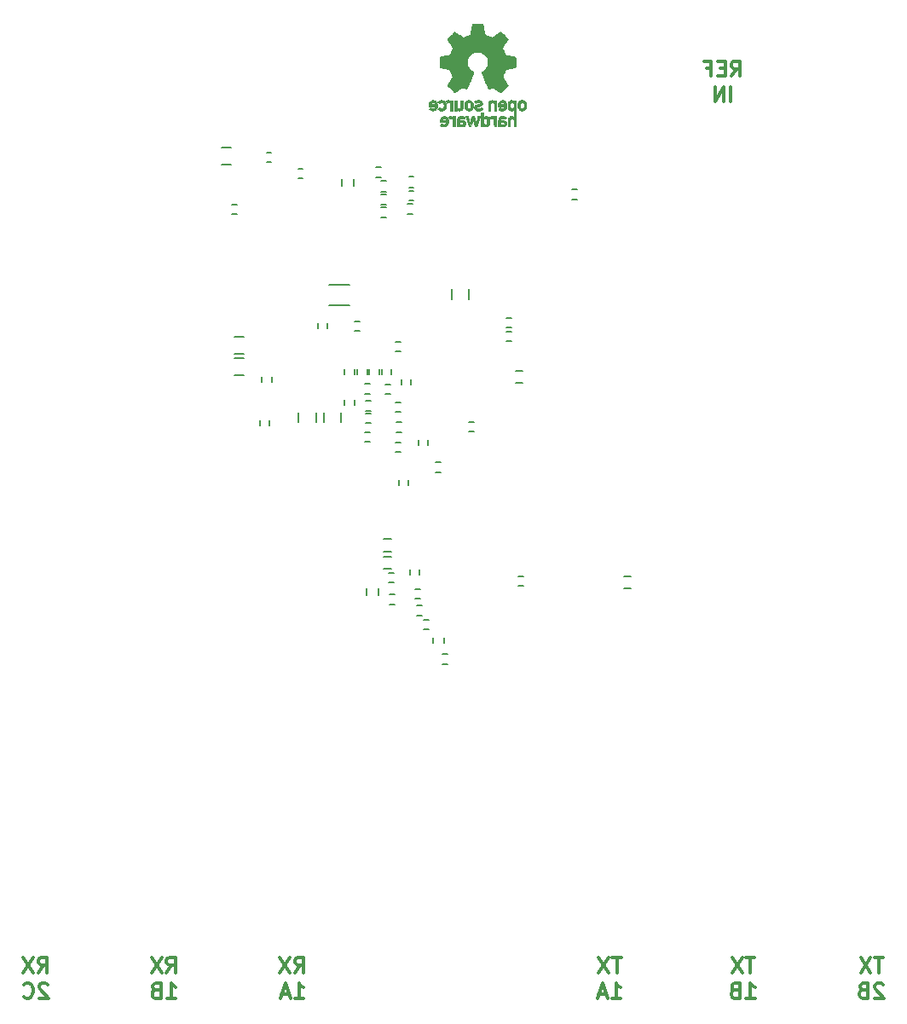
<source format=gbo>
G04 #@! TF.FileFunction,Legend,Bot*
%FSLAX46Y46*%
G04 Gerber Fmt 4.6, Leading zero omitted, Abs format (unit mm)*
G04 Created by KiCad (PCBNEW 4.0.4-stable) date Sun Nov  6 13:49:44 2016*
%MOMM*%
%LPD*%
G01*
G04 APERTURE LIST*
%ADD10C,0.100000*%
%ADD11C,0.300000*%
%ADD12C,0.150000*%
%ADD13C,0.010000*%
G04 APERTURE END LIST*
D10*
D11*
X117642857Y-138653571D02*
X116785714Y-138653571D01*
X117214285Y-140153571D02*
X117214285Y-138653571D01*
X116428571Y-138653571D02*
X115428571Y-140153571D01*
X115428571Y-138653571D02*
X116428571Y-140153571D01*
X117678571Y-141346429D02*
X117607142Y-141275000D01*
X117464285Y-141203571D01*
X117107142Y-141203571D01*
X116964285Y-141275000D01*
X116892856Y-141346429D01*
X116821428Y-141489286D01*
X116821428Y-141632143D01*
X116892856Y-141846429D01*
X117749999Y-142703571D01*
X116821428Y-142703571D01*
X115678571Y-141917857D02*
X115464285Y-141989286D01*
X115392857Y-142060714D01*
X115321428Y-142203571D01*
X115321428Y-142417857D01*
X115392857Y-142560714D01*
X115464285Y-142632143D01*
X115607143Y-142703571D01*
X116178571Y-142703571D01*
X116178571Y-141203571D01*
X115678571Y-141203571D01*
X115535714Y-141275000D01*
X115464285Y-141346429D01*
X115392857Y-141489286D01*
X115392857Y-141632143D01*
X115464285Y-141775000D01*
X115535714Y-141846429D01*
X115678571Y-141917857D01*
X116178571Y-141917857D01*
X104892857Y-138653571D02*
X104035714Y-138653571D01*
X104464285Y-140153571D02*
X104464285Y-138653571D01*
X103678571Y-138653571D02*
X102678571Y-140153571D01*
X102678571Y-138653571D02*
X103678571Y-140153571D01*
X104071428Y-142703571D02*
X104928571Y-142703571D01*
X104499999Y-142703571D02*
X104499999Y-141203571D01*
X104642856Y-141417857D01*
X104785714Y-141560714D01*
X104928571Y-141632143D01*
X102928571Y-141917857D02*
X102714285Y-141989286D01*
X102642857Y-142060714D01*
X102571428Y-142203571D01*
X102571428Y-142417857D01*
X102642857Y-142560714D01*
X102714285Y-142632143D01*
X102857143Y-142703571D01*
X103428571Y-142703571D01*
X103428571Y-141203571D01*
X102928571Y-141203571D01*
X102785714Y-141275000D01*
X102714285Y-141346429D01*
X102642857Y-141489286D01*
X102642857Y-141632143D01*
X102714285Y-141775000D01*
X102785714Y-141846429D01*
X102928571Y-141917857D01*
X103428571Y-141917857D01*
X91642857Y-138653571D02*
X90785714Y-138653571D01*
X91214285Y-140153571D02*
X91214285Y-138653571D01*
X90428571Y-138653571D02*
X89428571Y-140153571D01*
X89428571Y-138653571D02*
X90428571Y-140153571D01*
X90714285Y-142703571D02*
X91571428Y-142703571D01*
X91142856Y-142703571D02*
X91142856Y-141203571D01*
X91285713Y-141417857D01*
X91428571Y-141560714D01*
X91571428Y-141632143D01*
X90142857Y-142275000D02*
X89428571Y-142275000D01*
X90285714Y-142703571D02*
X89785714Y-141203571D01*
X89285714Y-142703571D01*
X33749999Y-140153571D02*
X34249999Y-139439286D01*
X34607142Y-140153571D02*
X34607142Y-138653571D01*
X34035714Y-138653571D01*
X33892856Y-138725000D01*
X33821428Y-138796429D01*
X33749999Y-138939286D01*
X33749999Y-139153571D01*
X33821428Y-139296429D01*
X33892856Y-139367857D01*
X34035714Y-139439286D01*
X34607142Y-139439286D01*
X33249999Y-138653571D02*
X32249999Y-140153571D01*
X32249999Y-138653571D02*
X33249999Y-140153571D01*
X34678571Y-141346429D02*
X34607142Y-141275000D01*
X34464285Y-141203571D01*
X34107142Y-141203571D01*
X33964285Y-141275000D01*
X33892856Y-141346429D01*
X33821428Y-141489286D01*
X33821428Y-141632143D01*
X33892856Y-141846429D01*
X34749999Y-142703571D01*
X33821428Y-142703571D01*
X32321428Y-142560714D02*
X32392857Y-142632143D01*
X32607143Y-142703571D01*
X32750000Y-142703571D01*
X32964285Y-142632143D01*
X33107143Y-142489286D01*
X33178571Y-142346429D01*
X33250000Y-142060714D01*
X33250000Y-141846429D01*
X33178571Y-141560714D01*
X33107143Y-141417857D01*
X32964285Y-141275000D01*
X32750000Y-141203571D01*
X32607143Y-141203571D01*
X32392857Y-141275000D01*
X32321428Y-141346429D01*
X59249999Y-140153571D02*
X59749999Y-139439286D01*
X60107142Y-140153571D02*
X60107142Y-138653571D01*
X59535714Y-138653571D01*
X59392856Y-138725000D01*
X59321428Y-138796429D01*
X59249999Y-138939286D01*
X59249999Y-139153571D01*
X59321428Y-139296429D01*
X59392856Y-139367857D01*
X59535714Y-139439286D01*
X60107142Y-139439286D01*
X58749999Y-138653571D02*
X57749999Y-140153571D01*
X57749999Y-138653571D02*
X58749999Y-140153571D01*
X59214285Y-142703571D02*
X60071428Y-142703571D01*
X59642856Y-142703571D02*
X59642856Y-141203571D01*
X59785713Y-141417857D01*
X59928571Y-141560714D01*
X60071428Y-141632143D01*
X58642857Y-142275000D02*
X57928571Y-142275000D01*
X58785714Y-142703571D02*
X58285714Y-141203571D01*
X57785714Y-142703571D01*
X46499999Y-140153571D02*
X46999999Y-139439286D01*
X47357142Y-140153571D02*
X47357142Y-138653571D01*
X46785714Y-138653571D01*
X46642856Y-138725000D01*
X46571428Y-138796429D01*
X46499999Y-138939286D01*
X46499999Y-139153571D01*
X46571428Y-139296429D01*
X46642856Y-139367857D01*
X46785714Y-139439286D01*
X47357142Y-139439286D01*
X45999999Y-138653571D02*
X44999999Y-140153571D01*
X44999999Y-138653571D02*
X45999999Y-140153571D01*
X46571428Y-142703571D02*
X47428571Y-142703571D01*
X46999999Y-142703571D02*
X46999999Y-141203571D01*
X47142856Y-141417857D01*
X47285714Y-141560714D01*
X47428571Y-141632143D01*
X45428571Y-141917857D02*
X45214285Y-141989286D01*
X45142857Y-142060714D01*
X45071428Y-142203571D01*
X45071428Y-142417857D01*
X45142857Y-142560714D01*
X45214285Y-142632143D01*
X45357143Y-142703571D01*
X45928571Y-142703571D01*
X45928571Y-141203571D01*
X45428571Y-141203571D01*
X45285714Y-141275000D01*
X45214285Y-141346429D01*
X45142857Y-141489286D01*
X45142857Y-141632143D01*
X45214285Y-141775000D01*
X45285714Y-141846429D01*
X45428571Y-141917857D01*
X45928571Y-141917857D01*
X102607142Y-51153571D02*
X103107142Y-50439286D01*
X103464285Y-51153571D02*
X103464285Y-49653571D01*
X102892857Y-49653571D01*
X102749999Y-49725000D01*
X102678571Y-49796429D01*
X102607142Y-49939286D01*
X102607142Y-50153571D01*
X102678571Y-50296429D01*
X102749999Y-50367857D01*
X102892857Y-50439286D01*
X103464285Y-50439286D01*
X101964285Y-50367857D02*
X101464285Y-50367857D01*
X101249999Y-51153571D02*
X101964285Y-51153571D01*
X101964285Y-49653571D01*
X101249999Y-49653571D01*
X100107142Y-50367857D02*
X100607142Y-50367857D01*
X100607142Y-51153571D02*
X100607142Y-49653571D01*
X99892856Y-49653571D01*
X102535714Y-53703571D02*
X102535714Y-52203571D01*
X101821428Y-53703571D02*
X101821428Y-52203571D01*
X100964285Y-53703571D01*
X100964285Y-52203571D01*
D12*
X68580000Y-100505000D02*
X69080000Y-100505000D01*
X69080000Y-101455000D02*
X68580000Y-101455000D01*
X71635000Y-100150000D02*
X71635000Y-100650000D01*
X70685000Y-100650000D02*
X70685000Y-100150000D01*
X71390000Y-103735000D02*
X71890000Y-103735000D01*
X71890000Y-104685000D02*
X71390000Y-104685000D01*
X68080000Y-98340000D02*
X68780000Y-98340000D01*
X68780000Y-97140000D02*
X68080000Y-97140000D01*
X68090000Y-100080000D02*
X68790000Y-100080000D01*
X68790000Y-98880000D02*
X68090000Y-98880000D01*
X72040000Y-105115000D02*
X72540000Y-105115000D01*
X72540000Y-106065000D02*
X72040000Y-106065000D01*
X91900000Y-102010000D02*
X92600000Y-102010000D01*
X92600000Y-100810000D02*
X91900000Y-100810000D01*
X71180000Y-102115000D02*
X71680000Y-102115000D01*
X71680000Y-103065000D02*
X71180000Y-103065000D01*
X67560000Y-102680000D02*
X67560000Y-101980000D01*
X66360000Y-101980000D02*
X66360000Y-102680000D01*
X81910000Y-101735000D02*
X81410000Y-101735000D01*
X81410000Y-100785000D02*
X81910000Y-100785000D01*
X74380000Y-109515000D02*
X73880000Y-109515000D01*
X73880000Y-108565000D02*
X74380000Y-108565000D01*
X71060000Y-63525000D02*
X70560000Y-63525000D01*
X70560000Y-62575000D02*
X71060000Y-62575000D01*
X56920000Y-59655000D02*
X56420000Y-59655000D01*
X56420000Y-58705000D02*
X56920000Y-58705000D01*
X52950000Y-63925000D02*
X53450000Y-63925000D01*
X53450000Y-64875000D02*
X52950000Y-64875000D01*
X60050000Y-61275000D02*
X59550000Y-61275000D01*
X59550000Y-60325000D02*
X60050000Y-60325000D01*
X51930000Y-58220000D02*
X52930000Y-58220000D01*
X52930000Y-59920000D02*
X51930000Y-59920000D01*
X65120000Y-62060000D02*
X65120000Y-61360000D01*
X63920000Y-61360000D02*
X63920000Y-62060000D01*
X53210000Y-79140000D02*
X54210000Y-79140000D01*
X54210000Y-80840000D02*
X53210000Y-80840000D01*
X65710000Y-76465000D02*
X65210000Y-76465000D01*
X65210000Y-75515000D02*
X65710000Y-75515000D01*
X62465000Y-75670000D02*
X62465000Y-76170000D01*
X61515000Y-76170000D02*
X61515000Y-75670000D01*
X56745000Y-85350000D02*
X56745000Y-85850000D01*
X55795000Y-85850000D02*
X55795000Y-85350000D01*
X53210000Y-77060000D02*
X54210000Y-77060000D01*
X54210000Y-78760000D02*
X53210000Y-78760000D01*
X69760000Y-78475000D02*
X69260000Y-78475000D01*
X69260000Y-77525000D02*
X69760000Y-77525000D01*
X69815000Y-81740000D02*
X69815000Y-81240000D01*
X70765000Y-81240000D02*
X70765000Y-81740000D01*
X64650000Y-73925000D02*
X62650000Y-73925000D01*
X62650000Y-71875000D02*
X64650000Y-71875000D01*
X76540000Y-72270000D02*
X76540000Y-73270000D01*
X74840000Y-73270000D02*
X74840000Y-72270000D01*
X69565000Y-91780000D02*
X69565000Y-91280000D01*
X70515000Y-91280000D02*
X70515000Y-91780000D01*
X66750000Y-85565000D02*
X66250000Y-85565000D01*
X66250000Y-84615000D02*
X66750000Y-84615000D01*
X61330000Y-84530000D02*
X61330000Y-85530000D01*
X59630000Y-85530000D02*
X59630000Y-84530000D01*
X63810000Y-84540000D02*
X63810000Y-85540000D01*
X62110000Y-85540000D02*
X62110000Y-84540000D01*
X68760000Y-82685000D02*
X68260000Y-82685000D01*
X68260000Y-81735000D02*
X68760000Y-81735000D01*
X66720000Y-87485000D02*
X66220000Y-87485000D01*
X66220000Y-86535000D02*
X66720000Y-86535000D01*
X66250000Y-83415000D02*
X66750000Y-83415000D01*
X66750000Y-84365000D02*
X66250000Y-84365000D01*
X69750000Y-88495000D02*
X69250000Y-88495000D01*
X69250000Y-87545000D02*
X69750000Y-87545000D01*
X69800000Y-86485000D02*
X69300000Y-86485000D01*
X69300000Y-85535000D02*
X69800000Y-85535000D01*
X73740000Y-90465000D02*
X73240000Y-90465000D01*
X73240000Y-89515000D02*
X73740000Y-89515000D01*
X69260000Y-83535000D02*
X69760000Y-83535000D01*
X69760000Y-84485000D02*
X69260000Y-84485000D01*
X71515000Y-87810000D02*
X71515000Y-87310000D01*
X72465000Y-87310000D02*
X72465000Y-87810000D01*
X68825000Y-80270000D02*
X68825000Y-80770000D01*
X67875000Y-80770000D02*
X67875000Y-80270000D01*
X77000000Y-86435000D02*
X76500000Y-86435000D01*
X76500000Y-85485000D02*
X77000000Y-85485000D01*
X81150000Y-81600000D02*
X81850000Y-81600000D01*
X81850000Y-80400000D02*
X81150000Y-80400000D01*
X80270000Y-75195000D02*
X80770000Y-75195000D01*
X80770000Y-76145000D02*
X80270000Y-76145000D01*
X80260000Y-76515000D02*
X80760000Y-76515000D01*
X80760000Y-77465000D02*
X80260000Y-77465000D01*
X87240000Y-63435000D02*
X86740000Y-63435000D01*
X86740000Y-62385000D02*
X87240000Y-62385000D01*
X72985000Y-107390000D02*
X72985000Y-106890000D01*
X74035000Y-106890000D02*
X74035000Y-107390000D01*
X68620000Y-102585000D02*
X69120000Y-102585000D01*
X69120000Y-103635000D02*
X68620000Y-103635000D01*
X71060000Y-62205000D02*
X70560000Y-62205000D01*
X70560000Y-61155000D02*
X71060000Y-61155000D01*
X67780000Y-61215000D02*
X67280000Y-61215000D01*
X67280000Y-60165000D02*
X67780000Y-60165000D01*
X70950000Y-64875000D02*
X70450000Y-64875000D01*
X70450000Y-63825000D02*
X70950000Y-63825000D01*
X68270000Y-65205000D02*
X67770000Y-65205000D01*
X67770000Y-64155000D02*
X68270000Y-64155000D01*
X68270000Y-63905000D02*
X67770000Y-63905000D01*
X67770000Y-62855000D02*
X68270000Y-62855000D01*
X68270000Y-62605000D02*
X67770000Y-62605000D01*
X67770000Y-61555000D02*
X68270000Y-61555000D01*
X64145000Y-83810000D02*
X64145000Y-83310000D01*
X65195000Y-83310000D02*
X65195000Y-83810000D01*
X55945000Y-81480000D02*
X55945000Y-80980000D01*
X56995000Y-80980000D02*
X56995000Y-81480000D01*
X66170000Y-81685000D02*
X66670000Y-81685000D01*
X66670000Y-82735000D02*
X66170000Y-82735000D01*
X64125000Y-80740000D02*
X64125000Y-80240000D01*
X65175000Y-80240000D02*
X65175000Y-80740000D01*
X65415000Y-80750000D02*
X65415000Y-80250000D01*
X66465000Y-80250000D02*
X66465000Y-80750000D01*
X67635000Y-80290000D02*
X67635000Y-80790000D01*
X66585000Y-80790000D02*
X66585000Y-80290000D01*
D13*
G36*
X80627962Y-53551678D02*
X80553547Y-53584764D01*
X80489752Y-53633719D01*
X80440672Y-53697347D01*
X80414680Y-53758272D01*
X80409266Y-53787557D01*
X80403786Y-53836163D01*
X80398789Y-53898016D01*
X80394822Y-53967045D01*
X80393913Y-53988300D01*
X80392053Y-54120852D01*
X80397925Y-54230687D01*
X80411718Y-54319339D01*
X80433625Y-54388347D01*
X80447012Y-54414830D01*
X80499298Y-54480462D01*
X80566428Y-54528921D01*
X80643818Y-54559401D01*
X80726887Y-54571094D01*
X80811052Y-54563191D01*
X80891731Y-54534885D01*
X80943806Y-54502400D01*
X80971312Y-54482643D01*
X80989680Y-54471684D01*
X80992303Y-54470900D01*
X80994106Y-54483082D01*
X80995744Y-54517560D01*
X80997158Y-54571228D01*
X80998289Y-54640982D01*
X80999079Y-54723718D01*
X80999469Y-54816330D01*
X80999500Y-54851816D01*
X80999500Y-55232732D01*
X80942060Y-55188887D01*
X80900491Y-55161934D01*
X80857702Y-55141473D01*
X80837285Y-55135146D01*
X80773559Y-55127402D01*
X80704902Y-55127930D01*
X80641938Y-55136171D01*
X80604028Y-55147418D01*
X80543331Y-55183357D01*
X80485305Y-55235688D01*
X80438564Y-55296109D01*
X80425568Y-55319432D01*
X80417297Y-55337084D01*
X80410706Y-55354787D01*
X80405567Y-55375606D01*
X80401651Y-55402608D01*
X80398731Y-55438860D01*
X80396579Y-55487426D01*
X80394966Y-55551374D01*
X80393665Y-55633770D01*
X80392447Y-55737679D01*
X80392107Y-55769475D01*
X80387963Y-56160000D01*
X80605800Y-56160000D01*
X80605800Y-55840798D01*
X80606476Y-55721222D01*
X80608477Y-55623147D01*
X80611761Y-55547595D01*
X80616286Y-55495589D01*
X80620693Y-55471888D01*
X80648159Y-55418962D01*
X80692520Y-55374297D01*
X80745836Y-55345119D01*
X80765835Y-55339771D01*
X80818666Y-55340491D01*
X80875676Y-55357552D01*
X80926124Y-55386757D01*
X80952023Y-55412501D01*
X80965591Y-55434145D01*
X80976317Y-55460570D01*
X80984522Y-55494829D01*
X80990528Y-55539976D01*
X80994656Y-55599063D01*
X80997227Y-55675145D01*
X80998563Y-55771274D01*
X80998947Y-55858375D01*
X80999500Y-56160000D01*
X81098984Y-56160000D01*
X81147035Y-56158987D01*
X81184756Y-56156303D01*
X81205364Y-56152480D01*
X81206934Y-56151533D01*
X81208103Y-56137926D01*
X81209224Y-56100615D01*
X81210287Y-56041294D01*
X81211280Y-55961660D01*
X81212192Y-55863407D01*
X81213012Y-55748232D01*
X81213730Y-55617829D01*
X81214334Y-55473894D01*
X81214814Y-55318123D01*
X81215158Y-55152210D01*
X81215355Y-54977851D01*
X81215400Y-54843433D01*
X81215400Y-54058729D01*
X80980450Y-54058729D01*
X80979980Y-54132606D01*
X80978234Y-54185762D01*
X80974712Y-54222863D01*
X80968912Y-54248578D01*
X80960332Y-54267572D01*
X80957535Y-54272060D01*
X80913156Y-54318193D01*
X80855771Y-54346927D01*
X80792170Y-54356727D01*
X80729142Y-54346061D01*
X80697111Y-54330874D01*
X80665088Y-54306367D01*
X80641895Y-54275065D01*
X80626294Y-54232892D01*
X80617050Y-54175771D01*
X80612923Y-54099628D01*
X80612390Y-54051800D01*
X80612858Y-53982009D01*
X80614980Y-53931883D01*
X80619468Y-53895706D01*
X80627032Y-53867760D01*
X80638381Y-53842329D01*
X80638422Y-53842250D01*
X80677145Y-53792816D01*
X80729702Y-53760528D01*
X80789855Y-53746971D01*
X80851364Y-53753729D01*
X80899197Y-53776049D01*
X80928868Y-53798699D01*
X80950404Y-53823583D01*
X80965065Y-53855082D01*
X80974110Y-53897577D01*
X80978798Y-53955449D01*
X80980389Y-54033080D01*
X80980450Y-54058729D01*
X81215400Y-54058729D01*
X81215400Y-53543800D01*
X81001034Y-53543800D01*
X80993150Y-53633974D01*
X80949904Y-53601952D01*
X80873969Y-53559598D01*
X80792269Y-53537899D01*
X80708902Y-53535657D01*
X80627962Y-53551678D01*
X80627962Y-53551678D01*
G37*
X80627962Y-53551678D02*
X80553547Y-53584764D01*
X80489752Y-53633719D01*
X80440672Y-53697347D01*
X80414680Y-53758272D01*
X80409266Y-53787557D01*
X80403786Y-53836163D01*
X80398789Y-53898016D01*
X80394822Y-53967045D01*
X80393913Y-53988300D01*
X80392053Y-54120852D01*
X80397925Y-54230687D01*
X80411718Y-54319339D01*
X80433625Y-54388347D01*
X80447012Y-54414830D01*
X80499298Y-54480462D01*
X80566428Y-54528921D01*
X80643818Y-54559401D01*
X80726887Y-54571094D01*
X80811052Y-54563191D01*
X80891731Y-54534885D01*
X80943806Y-54502400D01*
X80971312Y-54482643D01*
X80989680Y-54471684D01*
X80992303Y-54470900D01*
X80994106Y-54483082D01*
X80995744Y-54517560D01*
X80997158Y-54571228D01*
X80998289Y-54640982D01*
X80999079Y-54723718D01*
X80999469Y-54816330D01*
X80999500Y-54851816D01*
X80999500Y-55232732D01*
X80942060Y-55188887D01*
X80900491Y-55161934D01*
X80857702Y-55141473D01*
X80837285Y-55135146D01*
X80773559Y-55127402D01*
X80704902Y-55127930D01*
X80641938Y-55136171D01*
X80604028Y-55147418D01*
X80543331Y-55183357D01*
X80485305Y-55235688D01*
X80438564Y-55296109D01*
X80425568Y-55319432D01*
X80417297Y-55337084D01*
X80410706Y-55354787D01*
X80405567Y-55375606D01*
X80401651Y-55402608D01*
X80398731Y-55438860D01*
X80396579Y-55487426D01*
X80394966Y-55551374D01*
X80393665Y-55633770D01*
X80392447Y-55737679D01*
X80392107Y-55769475D01*
X80387963Y-56160000D01*
X80605800Y-56160000D01*
X80605800Y-55840798D01*
X80606476Y-55721222D01*
X80608477Y-55623147D01*
X80611761Y-55547595D01*
X80616286Y-55495589D01*
X80620693Y-55471888D01*
X80648159Y-55418962D01*
X80692520Y-55374297D01*
X80745836Y-55345119D01*
X80765835Y-55339771D01*
X80818666Y-55340491D01*
X80875676Y-55357552D01*
X80926124Y-55386757D01*
X80952023Y-55412501D01*
X80965591Y-55434145D01*
X80976317Y-55460570D01*
X80984522Y-55494829D01*
X80990528Y-55539976D01*
X80994656Y-55599063D01*
X80997227Y-55675145D01*
X80998563Y-55771274D01*
X80998947Y-55858375D01*
X80999500Y-56160000D01*
X81098984Y-56160000D01*
X81147035Y-56158987D01*
X81184756Y-56156303D01*
X81205364Y-56152480D01*
X81206934Y-56151533D01*
X81208103Y-56137926D01*
X81209224Y-56100615D01*
X81210287Y-56041294D01*
X81211280Y-55961660D01*
X81212192Y-55863407D01*
X81213012Y-55748232D01*
X81213730Y-55617829D01*
X81214334Y-55473894D01*
X81214814Y-55318123D01*
X81215158Y-55152210D01*
X81215355Y-54977851D01*
X81215400Y-54843433D01*
X81215400Y-54058729D01*
X80980450Y-54058729D01*
X80979980Y-54132606D01*
X80978234Y-54185762D01*
X80974712Y-54222863D01*
X80968912Y-54248578D01*
X80960332Y-54267572D01*
X80957535Y-54272060D01*
X80913156Y-54318193D01*
X80855771Y-54346927D01*
X80792170Y-54356727D01*
X80729142Y-54346061D01*
X80697111Y-54330874D01*
X80665088Y-54306367D01*
X80641895Y-54275065D01*
X80626294Y-54232892D01*
X80617050Y-54175771D01*
X80612923Y-54099628D01*
X80612390Y-54051800D01*
X80612858Y-53982009D01*
X80614980Y-53931883D01*
X80619468Y-53895706D01*
X80627032Y-53867760D01*
X80638381Y-53842329D01*
X80638422Y-53842250D01*
X80677145Y-53792816D01*
X80729702Y-53760528D01*
X80789855Y-53746971D01*
X80851364Y-53753729D01*
X80899197Y-53776049D01*
X80928868Y-53798699D01*
X80950404Y-53823583D01*
X80965065Y-53855082D01*
X80974110Y-53897577D01*
X80978798Y-53955449D01*
X80980389Y-54033080D01*
X80980450Y-54058729D01*
X81215400Y-54058729D01*
X81215400Y-53543800D01*
X81001034Y-53543800D01*
X80993150Y-53633974D01*
X80949904Y-53601952D01*
X80873969Y-53559598D01*
X80792269Y-53537899D01*
X80708902Y-53535657D01*
X80627962Y-53551678D01*
G36*
X79772678Y-55128945D02*
X79718766Y-55134060D01*
X79673971Y-55143629D01*
X79637837Y-55155790D01*
X79564351Y-55195625D01*
X79505225Y-55251328D01*
X79464595Y-55318350D01*
X79450985Y-55361308D01*
X79447149Y-55392298D01*
X79443801Y-55445299D01*
X79441046Y-55516927D01*
X79438992Y-55603794D01*
X79437746Y-55702516D01*
X79437400Y-55792325D01*
X79437400Y-56160000D01*
X79653300Y-56160000D01*
X79653300Y-56082507D01*
X79699606Y-56117826D01*
X79722901Y-56134117D01*
X79745639Y-56144668D01*
X79774343Y-56150911D01*
X79815537Y-56154277D01*
X79874231Y-56156164D01*
X79932317Y-56156451D01*
X79983838Y-56154761D01*
X80021537Y-56151428D01*
X80034383Y-56148816D01*
X80113897Y-56111279D01*
X80177506Y-56057952D01*
X80224091Y-55992676D01*
X80252535Y-55919293D01*
X80261721Y-55841644D01*
X80261343Y-55839006D01*
X80053439Y-55839006D01*
X80044544Y-55883663D01*
X80015526Y-55921244D01*
X79992476Y-55936140D01*
X79955569Y-55947006D01*
X79902577Y-55953934D01*
X79842548Y-55956652D01*
X79784530Y-55954892D01*
X79737573Y-55948382D01*
X79723363Y-55944180D01*
X79691326Y-55919263D01*
X79667712Y-55875067D01*
X79654908Y-55816982D01*
X79653300Y-55785757D01*
X79653300Y-55728200D01*
X79795274Y-55728200D01*
X79878389Y-55729992D01*
X79940264Y-55736077D01*
X79984854Y-55747518D01*
X80016111Y-55765378D01*
X80037991Y-55790720D01*
X80039974Y-55793975D01*
X80053439Y-55839006D01*
X80261343Y-55839006D01*
X80250532Y-55763569D01*
X80217849Y-55688910D01*
X80182040Y-55641239D01*
X80151766Y-55611662D01*
X80119340Y-55589638D01*
X80080354Y-55573978D01*
X80030402Y-55563494D01*
X79965075Y-55556998D01*
X79879965Y-55553303D01*
X79853325Y-55552637D01*
X79653300Y-55548168D01*
X79653300Y-55480142D01*
X79659959Y-55420479D01*
X79681963Y-55378476D01*
X79722355Y-55350638D01*
X79780300Y-55334168D01*
X79865654Y-55326940D01*
X79941074Y-55337721D01*
X80002093Y-55365824D01*
X80006468Y-55368986D01*
X80048486Y-55400425D01*
X80095368Y-55367632D01*
X80135079Y-55338854D01*
X80173642Y-55309408D01*
X80180350Y-55304053D01*
X80218450Y-55273269D01*
X80165302Y-55222629D01*
X80113463Y-55181542D01*
X80055104Y-55153054D01*
X79985187Y-55135669D01*
X79898678Y-55127892D01*
X79843800Y-55127158D01*
X79772678Y-55128945D01*
X79772678Y-55128945D01*
G37*
X79772678Y-55128945D02*
X79718766Y-55134060D01*
X79673971Y-55143629D01*
X79637837Y-55155790D01*
X79564351Y-55195625D01*
X79505225Y-55251328D01*
X79464595Y-55318350D01*
X79450985Y-55361308D01*
X79447149Y-55392298D01*
X79443801Y-55445299D01*
X79441046Y-55516927D01*
X79438992Y-55603794D01*
X79437746Y-55702516D01*
X79437400Y-55792325D01*
X79437400Y-56160000D01*
X79653300Y-56160000D01*
X79653300Y-56082507D01*
X79699606Y-56117826D01*
X79722901Y-56134117D01*
X79745639Y-56144668D01*
X79774343Y-56150911D01*
X79815537Y-56154277D01*
X79874231Y-56156164D01*
X79932317Y-56156451D01*
X79983838Y-56154761D01*
X80021537Y-56151428D01*
X80034383Y-56148816D01*
X80113897Y-56111279D01*
X80177506Y-56057952D01*
X80224091Y-55992676D01*
X80252535Y-55919293D01*
X80261721Y-55841644D01*
X80261343Y-55839006D01*
X80053439Y-55839006D01*
X80044544Y-55883663D01*
X80015526Y-55921244D01*
X79992476Y-55936140D01*
X79955569Y-55947006D01*
X79902577Y-55953934D01*
X79842548Y-55956652D01*
X79784530Y-55954892D01*
X79737573Y-55948382D01*
X79723363Y-55944180D01*
X79691326Y-55919263D01*
X79667712Y-55875067D01*
X79654908Y-55816982D01*
X79653300Y-55785757D01*
X79653300Y-55728200D01*
X79795274Y-55728200D01*
X79878389Y-55729992D01*
X79940264Y-55736077D01*
X79984854Y-55747518D01*
X80016111Y-55765378D01*
X80037991Y-55790720D01*
X80039974Y-55793975D01*
X80053439Y-55839006D01*
X80261343Y-55839006D01*
X80250532Y-55763569D01*
X80217849Y-55688910D01*
X80182040Y-55641239D01*
X80151766Y-55611662D01*
X80119340Y-55589638D01*
X80080354Y-55573978D01*
X80030402Y-55563494D01*
X79965075Y-55556998D01*
X79879965Y-55553303D01*
X79853325Y-55552637D01*
X79653300Y-55548168D01*
X79653300Y-55480142D01*
X79659959Y-55420479D01*
X79681963Y-55378476D01*
X79722355Y-55350638D01*
X79780300Y-55334168D01*
X79865654Y-55326940D01*
X79941074Y-55337721D01*
X80002093Y-55365824D01*
X80006468Y-55368986D01*
X80048486Y-55400425D01*
X80095368Y-55367632D01*
X80135079Y-55338854D01*
X80173642Y-55309408D01*
X80180350Y-55304053D01*
X80218450Y-55273269D01*
X80165302Y-55222629D01*
X80113463Y-55181542D01*
X80055104Y-55153054D01*
X79985187Y-55135669D01*
X79898678Y-55127892D01*
X79843800Y-55127158D01*
X79772678Y-55128945D01*
G36*
X78715484Y-55127177D02*
X78630128Y-55148920D01*
X78602375Y-55161415D01*
X78566764Y-55180572D01*
X78542572Y-55195685D01*
X78535700Y-55202278D01*
X78543217Y-55214790D01*
X78562795Y-55240835D01*
X78589978Y-55275007D01*
X78620307Y-55311902D01*
X78649326Y-55346114D01*
X78672578Y-55372237D01*
X78685605Y-55384867D01*
X78686624Y-55385300D01*
X78700698Y-55380233D01*
X78729504Y-55367361D01*
X78747565Y-55358779D01*
X78812540Y-55339897D01*
X78875382Y-55344990D01*
X78932067Y-55372705D01*
X78978575Y-55421687D01*
X78989979Y-55440396D01*
X78996743Y-55455621D01*
X79002099Y-55475826D01*
X79006264Y-55504131D01*
X79009449Y-55543658D01*
X79011871Y-55597530D01*
X79013743Y-55668867D01*
X79015279Y-55760792D01*
X79016047Y-55820275D01*
X79020144Y-56160000D01*
X79118705Y-56160000D01*
X79166529Y-56158977D01*
X79204002Y-56156271D01*
X79224307Y-56152420D01*
X79225734Y-56151533D01*
X79227587Y-56137383D01*
X79229301Y-56100589D01*
X79230829Y-56043903D01*
X79232126Y-55970080D01*
X79233147Y-55881876D01*
X79233846Y-55782044D01*
X79234179Y-55673338D01*
X79234200Y-55637183D01*
X79234200Y-55131300D01*
X79018300Y-55131300D01*
X79018300Y-55232732D01*
X78960860Y-55188887D01*
X78886740Y-55147612D01*
X78802984Y-55126892D01*
X78715484Y-55127177D01*
X78715484Y-55127177D01*
G37*
X78715484Y-55127177D02*
X78630128Y-55148920D01*
X78602375Y-55161415D01*
X78566764Y-55180572D01*
X78542572Y-55195685D01*
X78535700Y-55202278D01*
X78543217Y-55214790D01*
X78562795Y-55240835D01*
X78589978Y-55275007D01*
X78620307Y-55311902D01*
X78649326Y-55346114D01*
X78672578Y-55372237D01*
X78685605Y-55384867D01*
X78686624Y-55385300D01*
X78700698Y-55380233D01*
X78729504Y-55367361D01*
X78747565Y-55358779D01*
X78812540Y-55339897D01*
X78875382Y-55344990D01*
X78932067Y-55372705D01*
X78978575Y-55421687D01*
X78989979Y-55440396D01*
X78996743Y-55455621D01*
X79002099Y-55475826D01*
X79006264Y-55504131D01*
X79009449Y-55543658D01*
X79011871Y-55597530D01*
X79013743Y-55668867D01*
X79015279Y-55760792D01*
X79016047Y-55820275D01*
X79020144Y-56160000D01*
X79118705Y-56160000D01*
X79166529Y-56158977D01*
X79204002Y-56156271D01*
X79224307Y-56152420D01*
X79225734Y-56151533D01*
X79227587Y-56137383D01*
X79229301Y-56100589D01*
X79230829Y-56043903D01*
X79232126Y-55970080D01*
X79233147Y-55881876D01*
X79233846Y-55782044D01*
X79234179Y-55673338D01*
X79234200Y-55637183D01*
X79234200Y-55131300D01*
X79018300Y-55131300D01*
X79018300Y-55232732D01*
X78960860Y-55188887D01*
X78886740Y-55147612D01*
X78802984Y-55126892D01*
X78715484Y-55127177D01*
G36*
X77722900Y-56160000D02*
X77938800Y-56160000D01*
X77938800Y-56053972D01*
X77967375Y-56080797D01*
X78029698Y-56123170D01*
X78105937Y-56150068D01*
X78189270Y-56160677D01*
X78272872Y-56154183D01*
X78349917Y-56129772D01*
X78355427Y-56127104D01*
X78429462Y-56077114D01*
X78485020Y-56011175D01*
X78515950Y-55944502D01*
X78529832Y-55884225D01*
X78539149Y-55807695D01*
X78544047Y-55720472D01*
X78544401Y-55667595D01*
X78328266Y-55667595D01*
X78322730Y-55741572D01*
X78307636Y-55821005D01*
X78284101Y-55878366D01*
X78249763Y-55916244D01*
X78202261Y-55937229D01*
X78139233Y-55943908D01*
X78138195Y-55943912D01*
X78093161Y-55940115D01*
X78052676Y-55930358D01*
X78041656Y-55925699D01*
X78006294Y-55900391D01*
X77980715Y-55863770D01*
X77962584Y-55811134D01*
X77950005Y-55741057D01*
X77944219Y-55668172D01*
X77945080Y-55592761D01*
X77951915Y-55521596D01*
X77964049Y-55461450D01*
X77980806Y-55419094D01*
X77982312Y-55416700D01*
X78024108Y-55372159D01*
X78079187Y-55347724D01*
X78135650Y-55341757D01*
X78203487Y-55350804D01*
X78255846Y-55378861D01*
X78289100Y-55416868D01*
X78306808Y-55458637D01*
X78319699Y-55518797D01*
X78327082Y-55590673D01*
X78328266Y-55667595D01*
X78544401Y-55667595D01*
X78544667Y-55628113D01*
X78541155Y-55536177D01*
X78533652Y-55450221D01*
X78522304Y-55375804D01*
X78507253Y-55318485D01*
X78499303Y-55299737D01*
X78449344Y-55228464D01*
X78382537Y-55174964D01*
X78301629Y-55140844D01*
X78209364Y-55127714D01*
X78205500Y-55127648D01*
X78122652Y-55135896D01*
X78044773Y-55160787D01*
X77980022Y-55199486D01*
X77967534Y-55210334D01*
X77938800Y-55237327D01*
X77938800Y-54724900D01*
X77722900Y-54724900D01*
X77722900Y-56160000D01*
X77722900Y-56160000D01*
G37*
X77722900Y-56160000D02*
X77938800Y-56160000D01*
X77938800Y-56053972D01*
X77967375Y-56080797D01*
X78029698Y-56123170D01*
X78105937Y-56150068D01*
X78189270Y-56160677D01*
X78272872Y-56154183D01*
X78349917Y-56129772D01*
X78355427Y-56127104D01*
X78429462Y-56077114D01*
X78485020Y-56011175D01*
X78515950Y-55944502D01*
X78529832Y-55884225D01*
X78539149Y-55807695D01*
X78544047Y-55720472D01*
X78544401Y-55667595D01*
X78328266Y-55667595D01*
X78322730Y-55741572D01*
X78307636Y-55821005D01*
X78284101Y-55878366D01*
X78249763Y-55916244D01*
X78202261Y-55937229D01*
X78139233Y-55943908D01*
X78138195Y-55943912D01*
X78093161Y-55940115D01*
X78052676Y-55930358D01*
X78041656Y-55925699D01*
X78006294Y-55900391D01*
X77980715Y-55863770D01*
X77962584Y-55811134D01*
X77950005Y-55741057D01*
X77944219Y-55668172D01*
X77945080Y-55592761D01*
X77951915Y-55521596D01*
X77964049Y-55461450D01*
X77980806Y-55419094D01*
X77982312Y-55416700D01*
X78024108Y-55372159D01*
X78079187Y-55347724D01*
X78135650Y-55341757D01*
X78203487Y-55350804D01*
X78255846Y-55378861D01*
X78289100Y-55416868D01*
X78306808Y-55458637D01*
X78319699Y-55518797D01*
X78327082Y-55590673D01*
X78328266Y-55667595D01*
X78544401Y-55667595D01*
X78544667Y-55628113D01*
X78541155Y-55536177D01*
X78533652Y-55450221D01*
X78522304Y-55375804D01*
X78507253Y-55318485D01*
X78499303Y-55299737D01*
X78449344Y-55228464D01*
X78382537Y-55174964D01*
X78301629Y-55140844D01*
X78209364Y-55127714D01*
X78205500Y-55127648D01*
X78122652Y-55135896D01*
X78044773Y-55160787D01*
X77980022Y-55199486D01*
X77967534Y-55210334D01*
X77938800Y-55237327D01*
X77938800Y-54724900D01*
X77722900Y-54724900D01*
X77722900Y-56160000D01*
G36*
X77388493Y-55195493D02*
X77379566Y-55226842D01*
X77365290Y-55278045D01*
X77346953Y-55344437D01*
X77325841Y-55421355D01*
X77303240Y-55504133D01*
X77295647Y-55532043D01*
X77273926Y-55610838D01*
X77254088Y-55680690D01*
X77237172Y-55738112D01*
X77224216Y-55779615D01*
X77216260Y-55801711D01*
X77214536Y-55804400D01*
X77208943Y-55792813D01*
X77196706Y-55760111D01*
X77178886Y-55709380D01*
X77156549Y-55643706D01*
X77130756Y-55566177D01*
X77102571Y-55479880D01*
X77099706Y-55471025D01*
X76991958Y-55137650D01*
X76829993Y-55137650D01*
X76721234Y-55477209D01*
X76692925Y-55564163D01*
X76666765Y-55641792D01*
X76643798Y-55707213D01*
X76625068Y-55757546D01*
X76611617Y-55789910D01*
X76604490Y-55801424D01*
X76603959Y-55801059D01*
X76598456Y-55784953D01*
X76587379Y-55747751D01*
X76571702Y-55692900D01*
X76552399Y-55623846D01*
X76530445Y-55544035D01*
X76509762Y-55467850D01*
X76486307Y-55381799D01*
X76464610Y-55303830D01*
X76445644Y-55237310D01*
X76430382Y-55185610D01*
X76419799Y-55152096D01*
X76415107Y-55140301D01*
X76399101Y-55136136D01*
X76364208Y-55133739D01*
X76316903Y-55133461D01*
X76297986Y-55133951D01*
X76189840Y-55137650D01*
X76351859Y-55645650D01*
X76513879Y-56153650D01*
X76608551Y-56157326D01*
X76703224Y-56161002D01*
X76801927Y-55827126D01*
X76828107Y-55739200D01*
X76852253Y-55659306D01*
X76873358Y-55590673D01*
X76890420Y-55536531D01*
X76902432Y-55500110D01*
X76908392Y-55484638D01*
X76908541Y-55484439D01*
X76914032Y-55493784D01*
X76925624Y-55524544D01*
X76942337Y-55573741D01*
X76963193Y-55638397D01*
X76987214Y-55715534D01*
X77013421Y-55802172D01*
X77018050Y-55817723D01*
X77119650Y-56159818D01*
X77210976Y-56159909D01*
X77256460Y-56158723D01*
X77290946Y-56155515D01*
X77307562Y-56150952D01*
X77307960Y-56150475D01*
X77312923Y-56136671D01*
X77324713Y-56101272D01*
X77342485Y-56046893D01*
X77365390Y-55976153D01*
X77392584Y-55891668D01*
X77423220Y-55796056D01*
X77456452Y-55691933D01*
X77469164Y-55652000D01*
X77503190Y-55545113D01*
X77534940Y-55445514D01*
X77563562Y-55355864D01*
X77588206Y-55278825D01*
X77608018Y-55217057D01*
X77622149Y-55173222D01*
X77629745Y-55149981D01*
X77630714Y-55147175D01*
X77627162Y-55139259D01*
X77607141Y-55134295D01*
X77567436Y-55131814D01*
X77522015Y-55131300D01*
X77407311Y-55131300D01*
X77388493Y-55195493D01*
X77388493Y-55195493D01*
G37*
X77388493Y-55195493D02*
X77379566Y-55226842D01*
X77365290Y-55278045D01*
X77346953Y-55344437D01*
X77325841Y-55421355D01*
X77303240Y-55504133D01*
X77295647Y-55532043D01*
X77273926Y-55610838D01*
X77254088Y-55680690D01*
X77237172Y-55738112D01*
X77224216Y-55779615D01*
X77216260Y-55801711D01*
X77214536Y-55804400D01*
X77208943Y-55792813D01*
X77196706Y-55760111D01*
X77178886Y-55709380D01*
X77156549Y-55643706D01*
X77130756Y-55566177D01*
X77102571Y-55479880D01*
X77099706Y-55471025D01*
X76991958Y-55137650D01*
X76829993Y-55137650D01*
X76721234Y-55477209D01*
X76692925Y-55564163D01*
X76666765Y-55641792D01*
X76643798Y-55707213D01*
X76625068Y-55757546D01*
X76611617Y-55789910D01*
X76604490Y-55801424D01*
X76603959Y-55801059D01*
X76598456Y-55784953D01*
X76587379Y-55747751D01*
X76571702Y-55692900D01*
X76552399Y-55623846D01*
X76530445Y-55544035D01*
X76509762Y-55467850D01*
X76486307Y-55381799D01*
X76464610Y-55303830D01*
X76445644Y-55237310D01*
X76430382Y-55185610D01*
X76419799Y-55152096D01*
X76415107Y-55140301D01*
X76399101Y-55136136D01*
X76364208Y-55133739D01*
X76316903Y-55133461D01*
X76297986Y-55133951D01*
X76189840Y-55137650D01*
X76351859Y-55645650D01*
X76513879Y-56153650D01*
X76608551Y-56157326D01*
X76703224Y-56161002D01*
X76801927Y-55827126D01*
X76828107Y-55739200D01*
X76852253Y-55659306D01*
X76873358Y-55590673D01*
X76890420Y-55536531D01*
X76902432Y-55500110D01*
X76908392Y-55484638D01*
X76908541Y-55484439D01*
X76914032Y-55493784D01*
X76925624Y-55524544D01*
X76942337Y-55573741D01*
X76963193Y-55638397D01*
X76987214Y-55715534D01*
X77013421Y-55802172D01*
X77018050Y-55817723D01*
X77119650Y-56159818D01*
X77210976Y-56159909D01*
X77256460Y-56158723D01*
X77290946Y-56155515D01*
X77307562Y-56150952D01*
X77307960Y-56150475D01*
X77312923Y-56136671D01*
X77324713Y-56101272D01*
X77342485Y-56046893D01*
X77365390Y-55976153D01*
X77392584Y-55891668D01*
X77423220Y-55796056D01*
X77456452Y-55691933D01*
X77469164Y-55652000D01*
X77503190Y-55545113D01*
X77534940Y-55445514D01*
X77563562Y-55355864D01*
X77588206Y-55278825D01*
X77608018Y-55217057D01*
X77622149Y-55173222D01*
X77629745Y-55149981D01*
X77630714Y-55147175D01*
X77627162Y-55139259D01*
X77607141Y-55134295D01*
X77567436Y-55131814D01*
X77522015Y-55131300D01*
X77407311Y-55131300D01*
X77388493Y-55195493D01*
G36*
X75658398Y-55133389D02*
X75590313Y-55146989D01*
X75588960Y-55147392D01*
X75515846Y-55179662D01*
X75452425Y-55227393D01*
X75405107Y-55285249D01*
X75391276Y-55311984D01*
X75384640Y-55329905D01*
X75379289Y-55351337D01*
X75375038Y-55379258D01*
X75371702Y-55416644D01*
X75369098Y-55466472D01*
X75367039Y-55531719D01*
X75365342Y-55615361D01*
X75363821Y-55720375D01*
X75363292Y-55763125D01*
X75358523Y-56160000D01*
X75576600Y-56160000D01*
X75576987Y-56112375D01*
X75578275Y-56083488D01*
X75582645Y-56076933D01*
X75590992Y-56088180D01*
X75610607Y-56107701D01*
X75643595Y-56128756D01*
X75657281Y-56135526D01*
X75707181Y-56150025D01*
X75772777Y-56157955D01*
X75845209Y-56159221D01*
X75915611Y-56153730D01*
X75975122Y-56141388D01*
X75982471Y-56138972D01*
X76060539Y-56099391D01*
X76121194Y-56043065D01*
X76162947Y-55973039D01*
X76184308Y-55892357D01*
X76183901Y-55823118D01*
X75979776Y-55823118D01*
X75979110Y-55866947D01*
X75957448Y-55907704D01*
X75928685Y-55931746D01*
X75889467Y-55946211D01*
X75834226Y-55954996D01*
X75771735Y-55957920D01*
X75710770Y-55954800D01*
X75660104Y-55945456D01*
X75640061Y-55937729D01*
X75606910Y-55906658D01*
X75585476Y-55855212D01*
X75576806Y-55786066D01*
X75576671Y-55775825D01*
X75576600Y-55728200D01*
X75725825Y-55728219D01*
X75797428Y-55729157D01*
X75849109Y-55732362D01*
X75886290Y-55738457D01*
X75914395Y-55748066D01*
X75919364Y-55750444D01*
X75959757Y-55782268D01*
X75979776Y-55823118D01*
X76183901Y-55823118D01*
X76183788Y-55804065D01*
X76172737Y-55750077D01*
X76145683Y-55692518D01*
X76100166Y-55637595D01*
X76042666Y-55592745D01*
X76028653Y-55584755D01*
X76005885Y-55574034D01*
X75981015Y-55566249D01*
X75949283Y-55560796D01*
X75905923Y-55557072D01*
X75846175Y-55554473D01*
X75775182Y-55552612D01*
X75573713Y-55548116D01*
X75579178Y-55472565D01*
X75587948Y-55414990D01*
X75607433Y-55376432D01*
X75642325Y-55351674D01*
X75697318Y-55335505D01*
X75703698Y-55334238D01*
X75782308Y-55326316D01*
X75853340Y-55333042D01*
X75910903Y-55353557D01*
X75931387Y-55367514D01*
X75957162Y-55387423D01*
X75974523Y-55397641D01*
X75976273Y-55398000D01*
X75991178Y-55390604D01*
X76018650Y-55371622D01*
X76052632Y-55345858D01*
X76087068Y-55318119D01*
X76115901Y-55293209D01*
X76133076Y-55275935D01*
X76135400Y-55271735D01*
X76125021Y-55252545D01*
X76097938Y-55226594D01*
X76060235Y-55198339D01*
X76017996Y-55172238D01*
X75977306Y-55152751D01*
X75968854Y-55149689D01*
X75904360Y-55135123D01*
X75824840Y-55127513D01*
X75739713Y-55126917D01*
X75658398Y-55133389D01*
X75658398Y-55133389D01*
G37*
X75658398Y-55133389D02*
X75590313Y-55146989D01*
X75588960Y-55147392D01*
X75515846Y-55179662D01*
X75452425Y-55227393D01*
X75405107Y-55285249D01*
X75391276Y-55311984D01*
X75384640Y-55329905D01*
X75379289Y-55351337D01*
X75375038Y-55379258D01*
X75371702Y-55416644D01*
X75369098Y-55466472D01*
X75367039Y-55531719D01*
X75365342Y-55615361D01*
X75363821Y-55720375D01*
X75363292Y-55763125D01*
X75358523Y-56160000D01*
X75576600Y-56160000D01*
X75576987Y-56112375D01*
X75578275Y-56083488D01*
X75582645Y-56076933D01*
X75590992Y-56088180D01*
X75610607Y-56107701D01*
X75643595Y-56128756D01*
X75657281Y-56135526D01*
X75707181Y-56150025D01*
X75772777Y-56157955D01*
X75845209Y-56159221D01*
X75915611Y-56153730D01*
X75975122Y-56141388D01*
X75982471Y-56138972D01*
X76060539Y-56099391D01*
X76121194Y-56043065D01*
X76162947Y-55973039D01*
X76184308Y-55892357D01*
X76183901Y-55823118D01*
X75979776Y-55823118D01*
X75979110Y-55866947D01*
X75957448Y-55907704D01*
X75928685Y-55931746D01*
X75889467Y-55946211D01*
X75834226Y-55954996D01*
X75771735Y-55957920D01*
X75710770Y-55954800D01*
X75660104Y-55945456D01*
X75640061Y-55937729D01*
X75606910Y-55906658D01*
X75585476Y-55855212D01*
X75576806Y-55786066D01*
X75576671Y-55775825D01*
X75576600Y-55728200D01*
X75725825Y-55728219D01*
X75797428Y-55729157D01*
X75849109Y-55732362D01*
X75886290Y-55738457D01*
X75914395Y-55748066D01*
X75919364Y-55750444D01*
X75959757Y-55782268D01*
X75979776Y-55823118D01*
X76183901Y-55823118D01*
X76183788Y-55804065D01*
X76172737Y-55750077D01*
X76145683Y-55692518D01*
X76100166Y-55637595D01*
X76042666Y-55592745D01*
X76028653Y-55584755D01*
X76005885Y-55574034D01*
X75981015Y-55566249D01*
X75949283Y-55560796D01*
X75905923Y-55557072D01*
X75846175Y-55554473D01*
X75775182Y-55552612D01*
X75573713Y-55548116D01*
X75579178Y-55472565D01*
X75587948Y-55414990D01*
X75607433Y-55376432D01*
X75642325Y-55351674D01*
X75697318Y-55335505D01*
X75703698Y-55334238D01*
X75782308Y-55326316D01*
X75853340Y-55333042D01*
X75910903Y-55353557D01*
X75931387Y-55367514D01*
X75957162Y-55387423D01*
X75974523Y-55397641D01*
X75976273Y-55398000D01*
X75991178Y-55390604D01*
X76018650Y-55371622D01*
X76052632Y-55345858D01*
X76087068Y-55318119D01*
X76115901Y-55293209D01*
X76133076Y-55275935D01*
X76135400Y-55271735D01*
X76125021Y-55252545D01*
X76097938Y-55226594D01*
X76060235Y-55198339D01*
X76017996Y-55172238D01*
X75977306Y-55152751D01*
X75968854Y-55149689D01*
X75904360Y-55135123D01*
X75824840Y-55127513D01*
X75739713Y-55126917D01*
X75658398Y-55133389D01*
G36*
X74571697Y-55143551D02*
X74505209Y-55173905D01*
X74456610Y-55203236D01*
X74530020Y-55291093D01*
X74562944Y-55330548D01*
X74589207Y-55362119D01*
X74604901Y-55381105D01*
X74607505Y-55384331D01*
X74620091Y-55382241D01*
X74647903Y-55371039D01*
X74669805Y-55360633D01*
X74735445Y-55339514D01*
X74797196Y-55343436D01*
X74854625Y-55372277D01*
X74907297Y-55425913D01*
X74909066Y-55428261D01*
X74916858Y-55439949D01*
X74922989Y-55453783D01*
X74927703Y-55472855D01*
X74931243Y-55500260D01*
X74933851Y-55539090D01*
X74935770Y-55592438D01*
X74937243Y-55663399D01*
X74938514Y-55755064D01*
X74939172Y-55811651D01*
X74943093Y-56160000D01*
X75157500Y-56160000D01*
X75157500Y-55131300D01*
X74941600Y-55131300D01*
X74941600Y-55237652D01*
X74906675Y-55205077D01*
X74866173Y-55172164D01*
X74823834Y-55150412D01*
X74769472Y-55135040D01*
X74748348Y-55130778D01*
X74659695Y-55126058D01*
X74571697Y-55143551D01*
X74571697Y-55143551D01*
G37*
X74571697Y-55143551D02*
X74505209Y-55173905D01*
X74456610Y-55203236D01*
X74530020Y-55291093D01*
X74562944Y-55330548D01*
X74589207Y-55362119D01*
X74604901Y-55381105D01*
X74607505Y-55384331D01*
X74620091Y-55382241D01*
X74647903Y-55371039D01*
X74669805Y-55360633D01*
X74735445Y-55339514D01*
X74797196Y-55343436D01*
X74854625Y-55372277D01*
X74907297Y-55425913D01*
X74909066Y-55428261D01*
X74916858Y-55439949D01*
X74922989Y-55453783D01*
X74927703Y-55472855D01*
X74931243Y-55500260D01*
X74933851Y-55539090D01*
X74935770Y-55592438D01*
X74937243Y-55663399D01*
X74938514Y-55755064D01*
X74939172Y-55811651D01*
X74943093Y-56160000D01*
X75157500Y-56160000D01*
X75157500Y-55131300D01*
X74941600Y-55131300D01*
X74941600Y-55237652D01*
X74906675Y-55205077D01*
X74866173Y-55172164D01*
X74823834Y-55150412D01*
X74769472Y-55135040D01*
X74748348Y-55130778D01*
X74659695Y-55126058D01*
X74571697Y-55143551D01*
G36*
X73954045Y-55134292D02*
X73864305Y-55163940D01*
X73809034Y-55194734D01*
X73739597Y-55253293D01*
X73688197Y-55325859D01*
X73654072Y-55414169D01*
X73636460Y-55519956D01*
X73633500Y-55594986D01*
X73633500Y-55728200D01*
X74258627Y-55728200D01*
X74249798Y-55775825D01*
X74225216Y-55847634D01*
X74182305Y-55902557D01*
X74122962Y-55939073D01*
X74049086Y-55955658D01*
X74024531Y-55956521D01*
X73964690Y-55949857D01*
X73906636Y-55932491D01*
X73859242Y-55907642D01*
X73838320Y-55888962D01*
X73824340Y-55874763D01*
X73809820Y-55869609D01*
X73790871Y-55875255D01*
X73763602Y-55893457D01*
X73724121Y-55925969D01*
X73689504Y-55956103D01*
X73643216Y-55996744D01*
X73679512Y-56034630D01*
X73709942Y-56059902D01*
X73753805Y-56088734D01*
X73798127Y-56113082D01*
X73839549Y-56132284D01*
X73874999Y-56144506D01*
X73912930Y-56151489D01*
X73961797Y-56154975D01*
X74007798Y-56156283D01*
X74065684Y-56156414D01*
X74116999Y-56154609D01*
X74154448Y-56151218D01*
X74166900Y-56148673D01*
X74260416Y-56105475D01*
X74340573Y-56041557D01*
X74400438Y-55965436D01*
X74434302Y-55891205D01*
X74456551Y-55800317D01*
X74467085Y-55698756D01*
X74465803Y-55592505D01*
X74460508Y-55550400D01*
X74258627Y-55550400D01*
X73849400Y-55550400D01*
X73849400Y-55521340D01*
X73860226Y-55470023D01*
X73888938Y-55417632D01*
X73929887Y-55372651D01*
X73963700Y-55349656D01*
X74029272Y-55328611D01*
X74093273Y-55330697D01*
X74151683Y-55353765D01*
X74200486Y-55395662D01*
X74235661Y-55454239D01*
X74249798Y-55502775D01*
X74258627Y-55550400D01*
X74460508Y-55550400D01*
X74452602Y-55487550D01*
X74427381Y-55389873D01*
X74410919Y-55347200D01*
X74364247Y-55270198D01*
X74300515Y-55208468D01*
X74223676Y-55163011D01*
X74137683Y-55134829D01*
X74046488Y-55124922D01*
X73954045Y-55134292D01*
X73954045Y-55134292D01*
G37*
X73954045Y-55134292D02*
X73864305Y-55163940D01*
X73809034Y-55194734D01*
X73739597Y-55253293D01*
X73688197Y-55325859D01*
X73654072Y-55414169D01*
X73636460Y-55519956D01*
X73633500Y-55594986D01*
X73633500Y-55728200D01*
X74258627Y-55728200D01*
X74249798Y-55775825D01*
X74225216Y-55847634D01*
X74182305Y-55902557D01*
X74122962Y-55939073D01*
X74049086Y-55955658D01*
X74024531Y-55956521D01*
X73964690Y-55949857D01*
X73906636Y-55932491D01*
X73859242Y-55907642D01*
X73838320Y-55888962D01*
X73824340Y-55874763D01*
X73809820Y-55869609D01*
X73790871Y-55875255D01*
X73763602Y-55893457D01*
X73724121Y-55925969D01*
X73689504Y-55956103D01*
X73643216Y-55996744D01*
X73679512Y-56034630D01*
X73709942Y-56059902D01*
X73753805Y-56088734D01*
X73798127Y-56113082D01*
X73839549Y-56132284D01*
X73874999Y-56144506D01*
X73912930Y-56151489D01*
X73961797Y-56154975D01*
X74007798Y-56156283D01*
X74065684Y-56156414D01*
X74116999Y-56154609D01*
X74154448Y-56151218D01*
X74166900Y-56148673D01*
X74260416Y-56105475D01*
X74340573Y-56041557D01*
X74400438Y-55965436D01*
X74434302Y-55891205D01*
X74456551Y-55800317D01*
X74467085Y-55698756D01*
X74465803Y-55592505D01*
X74460508Y-55550400D01*
X74258627Y-55550400D01*
X73849400Y-55550400D01*
X73849400Y-55521340D01*
X73860226Y-55470023D01*
X73888938Y-55417632D01*
X73929887Y-55372651D01*
X73963700Y-55349656D01*
X74029272Y-55328611D01*
X74093273Y-55330697D01*
X74151683Y-55353765D01*
X74200486Y-55395662D01*
X74235661Y-55454239D01*
X74249798Y-55502775D01*
X74258627Y-55550400D01*
X74460508Y-55550400D01*
X74452602Y-55487550D01*
X74427381Y-55389873D01*
X74410919Y-55347200D01*
X74364247Y-55270198D01*
X74300515Y-55208468D01*
X74223676Y-55163011D01*
X74137683Y-55134829D01*
X74046488Y-55124922D01*
X73954045Y-55134292D01*
G36*
X81715384Y-53538366D02*
X81620630Y-53564319D01*
X81537713Y-53609947D01*
X81469302Y-53673425D01*
X81418064Y-53752927D01*
X81391243Y-53826790D01*
X81382825Y-53876710D01*
X81377345Y-53944363D01*
X81374803Y-54022253D01*
X81375198Y-54102882D01*
X81378531Y-54178755D01*
X81384801Y-54242375D01*
X81391243Y-54276809D01*
X81426411Y-54366220D01*
X81480671Y-54441678D01*
X81550886Y-54501513D01*
X81633916Y-54544054D01*
X81726620Y-54567633D01*
X81825860Y-54570577D01*
X81914528Y-54555202D01*
X82004497Y-54518151D01*
X82082270Y-54459942D01*
X82145003Y-54383034D01*
X82172909Y-54331845D01*
X82182740Y-54308276D01*
X82189842Y-54283563D01*
X82194647Y-54253165D01*
X82197590Y-54212539D01*
X82199105Y-54157146D01*
X82199624Y-54082443D01*
X82199648Y-54053393D01*
X81991624Y-54053393D01*
X81990929Y-54118887D01*
X81988182Y-54165698D01*
X81982397Y-54200523D01*
X81972585Y-54230056D01*
X81962288Y-54252170D01*
X81923881Y-54307612D01*
X81874395Y-54341042D01*
X81811335Y-54353819D01*
X81776849Y-54353117D01*
X81721443Y-54343346D01*
X81678841Y-54324956D01*
X81675249Y-54322433D01*
X81642058Y-54293873D01*
X81618528Y-54262379D01*
X81603122Y-54223068D01*
X81594301Y-54171057D01*
X81590530Y-54101463D01*
X81590050Y-54051800D01*
X81590796Y-53979622D01*
X81593407Y-53927723D01*
X81598446Y-53891016D01*
X81606479Y-53864413D01*
X81612084Y-53852776D01*
X81654831Y-53798949D01*
X81711154Y-53764313D01*
X81776508Y-53750259D01*
X81846346Y-53758180D01*
X81880741Y-53770467D01*
X81922496Y-53794392D01*
X81952920Y-53826304D01*
X81973498Y-53869994D01*
X81985717Y-53929253D01*
X81991063Y-54007875D01*
X81991624Y-54053393D01*
X82199648Y-54053393D01*
X82199650Y-54051800D01*
X82199379Y-53969614D01*
X82198271Y-53908267D01*
X82195886Y-53863202D01*
X82191784Y-53829860D01*
X82185525Y-53803683D01*
X82176667Y-53780114D01*
X82172506Y-53770845D01*
X82119267Y-53684117D01*
X82049127Y-53615717D01*
X81964048Y-53566960D01*
X81865992Y-53539162D01*
X81819308Y-53533914D01*
X81715384Y-53538366D01*
X81715384Y-53538366D01*
G37*
X81715384Y-53538366D02*
X81620630Y-53564319D01*
X81537713Y-53609947D01*
X81469302Y-53673425D01*
X81418064Y-53752927D01*
X81391243Y-53826790D01*
X81382825Y-53876710D01*
X81377345Y-53944363D01*
X81374803Y-54022253D01*
X81375198Y-54102882D01*
X81378531Y-54178755D01*
X81384801Y-54242375D01*
X81391243Y-54276809D01*
X81426411Y-54366220D01*
X81480671Y-54441678D01*
X81550886Y-54501513D01*
X81633916Y-54544054D01*
X81726620Y-54567633D01*
X81825860Y-54570577D01*
X81914528Y-54555202D01*
X82004497Y-54518151D01*
X82082270Y-54459942D01*
X82145003Y-54383034D01*
X82172909Y-54331845D01*
X82182740Y-54308276D01*
X82189842Y-54283563D01*
X82194647Y-54253165D01*
X82197590Y-54212539D01*
X82199105Y-54157146D01*
X82199624Y-54082443D01*
X82199648Y-54053393D01*
X81991624Y-54053393D01*
X81990929Y-54118887D01*
X81988182Y-54165698D01*
X81982397Y-54200523D01*
X81972585Y-54230056D01*
X81962288Y-54252170D01*
X81923881Y-54307612D01*
X81874395Y-54341042D01*
X81811335Y-54353819D01*
X81776849Y-54353117D01*
X81721443Y-54343346D01*
X81678841Y-54324956D01*
X81675249Y-54322433D01*
X81642058Y-54293873D01*
X81618528Y-54262379D01*
X81603122Y-54223068D01*
X81594301Y-54171057D01*
X81590530Y-54101463D01*
X81590050Y-54051800D01*
X81590796Y-53979622D01*
X81593407Y-53927723D01*
X81598446Y-53891016D01*
X81606479Y-53864413D01*
X81612084Y-53852776D01*
X81654831Y-53798949D01*
X81711154Y-53764313D01*
X81776508Y-53750259D01*
X81846346Y-53758180D01*
X81880741Y-53770467D01*
X81922496Y-53794392D01*
X81952920Y-53826304D01*
X81973498Y-53869994D01*
X81985717Y-53929253D01*
X81991063Y-54007875D01*
X81991624Y-54053393D01*
X82199648Y-54053393D01*
X82199650Y-54051800D01*
X82199379Y-53969614D01*
X82198271Y-53908267D01*
X82195886Y-53863202D01*
X82191784Y-53829860D01*
X82185525Y-53803683D01*
X82176667Y-53780114D01*
X82172506Y-53770845D01*
X82119267Y-53684117D01*
X82049127Y-53615717D01*
X81964048Y-53566960D01*
X81865992Y-53539162D01*
X81819308Y-53533914D01*
X81715384Y-53538366D01*
G36*
X79796092Y-53533904D02*
X79703015Y-53555900D01*
X79617288Y-53598167D01*
X79542779Y-53659116D01*
X79483355Y-53737158D01*
X79464865Y-53772400D01*
X79450012Y-53807983D01*
X79439901Y-53843515D01*
X79433334Y-53885919D01*
X79429115Y-53942114D01*
X79426986Y-53991475D01*
X79421570Y-54140700D01*
X80047000Y-54140700D01*
X80047000Y-54169759D01*
X80041331Y-54198212D01*
X80026986Y-54236778D01*
X80018425Y-54254928D01*
X79977167Y-54310506D01*
X79921830Y-54347763D01*
X79856405Y-54366232D01*
X79784880Y-54365444D01*
X79711245Y-54344931D01*
X79639490Y-54304224D01*
X79633901Y-54300044D01*
X79594085Y-54269675D01*
X79518918Y-54337274D01*
X79443750Y-54404873D01*
X79481730Y-54444944D01*
X79513588Y-54471862D01*
X79558284Y-54501607D01*
X79598862Y-54523982D01*
X79645081Y-54544629D01*
X79687218Y-54557227D01*
X79735600Y-54564121D01*
X79789483Y-54567252D01*
X79846944Y-54567853D01*
X79900736Y-54565634D01*
X79941345Y-54561062D01*
X79948988Y-54559440D01*
X80021431Y-54533760D01*
X80087348Y-54492893D01*
X80124879Y-54461522D01*
X80183443Y-54393215D01*
X80225618Y-54308355D01*
X80251818Y-54205730D01*
X80262454Y-54084122D01*
X80262750Y-54056195D01*
X80255657Y-53950200D01*
X80050324Y-53950200D01*
X79845462Y-53950200D01*
X79768873Y-53949997D01*
X79714079Y-53949124D01*
X79677477Y-53947181D01*
X79655465Y-53943768D01*
X79644440Y-53938486D01*
X79640798Y-53930935D01*
X79640600Y-53927490D01*
X79648529Y-53893527D01*
X79668760Y-53850500D01*
X79695960Y-53807624D01*
X79724794Y-53774114D01*
X79733607Y-53766793D01*
X79777669Y-53747331D01*
X79833645Y-53739502D01*
X79891231Y-53743304D01*
X79940123Y-53758735D01*
X79953209Y-53766834D01*
X80007096Y-53819397D01*
X80037390Y-53879577D01*
X80042644Y-53902872D01*
X80050324Y-53950200D01*
X80255657Y-53950200D01*
X80253931Y-53924419D01*
X80227817Y-53811234D01*
X80184410Y-53716645D01*
X80123713Y-53640657D01*
X80045728Y-53583274D01*
X79988819Y-53557088D01*
X79892649Y-53533771D01*
X79796092Y-53533904D01*
X79796092Y-53533904D01*
G37*
X79796092Y-53533904D02*
X79703015Y-53555900D01*
X79617288Y-53598167D01*
X79542779Y-53659116D01*
X79483355Y-53737158D01*
X79464865Y-53772400D01*
X79450012Y-53807983D01*
X79439901Y-53843515D01*
X79433334Y-53885919D01*
X79429115Y-53942114D01*
X79426986Y-53991475D01*
X79421570Y-54140700D01*
X80047000Y-54140700D01*
X80047000Y-54169759D01*
X80041331Y-54198212D01*
X80026986Y-54236778D01*
X80018425Y-54254928D01*
X79977167Y-54310506D01*
X79921830Y-54347763D01*
X79856405Y-54366232D01*
X79784880Y-54365444D01*
X79711245Y-54344931D01*
X79639490Y-54304224D01*
X79633901Y-54300044D01*
X79594085Y-54269675D01*
X79518918Y-54337274D01*
X79443750Y-54404873D01*
X79481730Y-54444944D01*
X79513588Y-54471862D01*
X79558284Y-54501607D01*
X79598862Y-54523982D01*
X79645081Y-54544629D01*
X79687218Y-54557227D01*
X79735600Y-54564121D01*
X79789483Y-54567252D01*
X79846944Y-54567853D01*
X79900736Y-54565634D01*
X79941345Y-54561062D01*
X79948988Y-54559440D01*
X80021431Y-54533760D01*
X80087348Y-54492893D01*
X80124879Y-54461522D01*
X80183443Y-54393215D01*
X80225618Y-54308355D01*
X80251818Y-54205730D01*
X80262454Y-54084122D01*
X80262750Y-54056195D01*
X80255657Y-53950200D01*
X80050324Y-53950200D01*
X79845462Y-53950200D01*
X79768873Y-53949997D01*
X79714079Y-53949124D01*
X79677477Y-53947181D01*
X79655465Y-53943768D01*
X79644440Y-53938486D01*
X79640798Y-53930935D01*
X79640600Y-53927490D01*
X79648529Y-53893527D01*
X79668760Y-53850500D01*
X79695960Y-53807624D01*
X79724794Y-53774114D01*
X79733607Y-53766793D01*
X79777669Y-53747331D01*
X79833645Y-53739502D01*
X79891231Y-53743304D01*
X79940123Y-53758735D01*
X79953209Y-53766834D01*
X80007096Y-53819397D01*
X80037390Y-53879577D01*
X80042644Y-53902872D01*
X80050324Y-53950200D01*
X80255657Y-53950200D01*
X80253931Y-53924419D01*
X80227817Y-53811234D01*
X80184410Y-53716645D01*
X80123713Y-53640657D01*
X80045728Y-53583274D01*
X79988819Y-53557088D01*
X79892649Y-53533771D01*
X79796092Y-53533904D01*
G36*
X77383125Y-53536525D02*
X77336020Y-53542452D01*
X77279614Y-53557299D01*
X77215633Y-53580652D01*
X77153314Y-53608565D01*
X77101895Y-53637093D01*
X77082889Y-53650571D01*
X77072338Y-53659790D01*
X77067876Y-53669170D01*
X77071471Y-53682536D01*
X77085090Y-53703712D01*
X77110702Y-53736522D01*
X77150274Y-53784793D01*
X77154703Y-53790167D01*
X77185047Y-53826984D01*
X77267701Y-53786293D01*
X77331864Y-53759923D01*
X77396151Y-53742236D01*
X77422222Y-53738185D01*
X77490838Y-53738016D01*
X77548666Y-53751143D01*
X77592507Y-53775437D01*
X77619159Y-53808764D01*
X77625422Y-53848995D01*
X77620272Y-53870060D01*
X77607992Y-53891580D01*
X77586704Y-53908232D01*
X77552691Y-53921264D01*
X77502235Y-53931923D01*
X77431621Y-53941458D01*
X77396175Y-53945312D01*
X77331583Y-53953306D01*
X77272320Y-53962968D01*
X77225181Y-53973046D01*
X77197959Y-53981800D01*
X77131133Y-54026573D01*
X77081146Y-54087653D01*
X77056213Y-54144450D01*
X77039413Y-54237940D01*
X77046314Y-54323119D01*
X77076288Y-54398597D01*
X77128707Y-54462985D01*
X77202943Y-54514892D01*
X77229464Y-54527864D01*
X77277910Y-54547171D01*
X77324148Y-54558929D01*
X77378529Y-54565246D01*
X77423943Y-54567458D01*
X77483505Y-54567880D01*
X77540728Y-54565621D01*
X77585610Y-54561147D01*
X77595184Y-54559441D01*
X77647853Y-54543514D01*
X77711366Y-54517266D01*
X77776640Y-54485130D01*
X77834596Y-54451536D01*
X77872527Y-54424118D01*
X77914203Y-54388349D01*
X77839240Y-54314168D01*
X77764278Y-54239987D01*
X77699015Y-54286874D01*
X77610016Y-54337419D01*
X77515846Y-54363856D01*
X77444657Y-54368689D01*
X77375929Y-54360781D01*
X77319692Y-54339955D01*
X77279146Y-54308653D01*
X77257495Y-54269321D01*
X77257548Y-54225911D01*
X77266821Y-54203052D01*
X77284079Y-54185590D01*
X77313067Y-54172134D01*
X77357533Y-54161290D01*
X77421225Y-54151667D01*
X77473952Y-54145489D01*
X77582241Y-54129194D01*
X77668155Y-54105630D01*
X77734076Y-54073219D01*
X77782382Y-54030383D01*
X77815456Y-53975544D01*
X77835676Y-53907125D01*
X77835995Y-53905453D01*
X77842203Y-53814695D01*
X77825816Y-53733871D01*
X77788217Y-53664540D01*
X77730790Y-53608261D01*
X77654919Y-53566594D01*
X77561989Y-53541100D01*
X77507000Y-53534725D01*
X77446457Y-53533448D01*
X77383125Y-53536525D01*
X77383125Y-53536525D01*
G37*
X77383125Y-53536525D02*
X77336020Y-53542452D01*
X77279614Y-53557299D01*
X77215633Y-53580652D01*
X77153314Y-53608565D01*
X77101895Y-53637093D01*
X77082889Y-53650571D01*
X77072338Y-53659790D01*
X77067876Y-53669170D01*
X77071471Y-53682536D01*
X77085090Y-53703712D01*
X77110702Y-53736522D01*
X77150274Y-53784793D01*
X77154703Y-53790167D01*
X77185047Y-53826984D01*
X77267701Y-53786293D01*
X77331864Y-53759923D01*
X77396151Y-53742236D01*
X77422222Y-53738185D01*
X77490838Y-53738016D01*
X77548666Y-53751143D01*
X77592507Y-53775437D01*
X77619159Y-53808764D01*
X77625422Y-53848995D01*
X77620272Y-53870060D01*
X77607992Y-53891580D01*
X77586704Y-53908232D01*
X77552691Y-53921264D01*
X77502235Y-53931923D01*
X77431621Y-53941458D01*
X77396175Y-53945312D01*
X77331583Y-53953306D01*
X77272320Y-53962968D01*
X77225181Y-53973046D01*
X77197959Y-53981800D01*
X77131133Y-54026573D01*
X77081146Y-54087653D01*
X77056213Y-54144450D01*
X77039413Y-54237940D01*
X77046314Y-54323119D01*
X77076288Y-54398597D01*
X77128707Y-54462985D01*
X77202943Y-54514892D01*
X77229464Y-54527864D01*
X77277910Y-54547171D01*
X77324148Y-54558929D01*
X77378529Y-54565246D01*
X77423943Y-54567458D01*
X77483505Y-54567880D01*
X77540728Y-54565621D01*
X77585610Y-54561147D01*
X77595184Y-54559441D01*
X77647853Y-54543514D01*
X77711366Y-54517266D01*
X77776640Y-54485130D01*
X77834596Y-54451536D01*
X77872527Y-54424118D01*
X77914203Y-54388349D01*
X77839240Y-54314168D01*
X77764278Y-54239987D01*
X77699015Y-54286874D01*
X77610016Y-54337419D01*
X77515846Y-54363856D01*
X77444657Y-54368689D01*
X77375929Y-54360781D01*
X77319692Y-54339955D01*
X77279146Y-54308653D01*
X77257495Y-54269321D01*
X77257548Y-54225911D01*
X77266821Y-54203052D01*
X77284079Y-54185590D01*
X77313067Y-54172134D01*
X77357533Y-54161290D01*
X77421225Y-54151667D01*
X77473952Y-54145489D01*
X77582241Y-54129194D01*
X77668155Y-54105630D01*
X77734076Y-54073219D01*
X77782382Y-54030383D01*
X77815456Y-53975544D01*
X77835676Y-53907125D01*
X77835995Y-53905453D01*
X77842203Y-53814695D01*
X77825816Y-53733871D01*
X77788217Y-53664540D01*
X77730790Y-53608261D01*
X77654919Y-53566594D01*
X77561989Y-53541100D01*
X77507000Y-53534725D01*
X77446457Y-53533448D01*
X77383125Y-53536525D01*
G36*
X76483993Y-53533914D02*
X76380854Y-53552087D01*
X76289832Y-53591797D01*
X76212887Y-53651728D01*
X76151980Y-53730566D01*
X76130795Y-53770845D01*
X76120829Y-53794621D01*
X76113629Y-53819264D01*
X76108755Y-53849331D01*
X76105766Y-53889381D01*
X76104222Y-53943971D01*
X76103683Y-54017659D01*
X76103650Y-54051800D01*
X76103922Y-54133985D01*
X76105030Y-54195332D01*
X76107415Y-54240397D01*
X76111517Y-54273739D01*
X76117776Y-54299916D01*
X76126634Y-54323485D01*
X76130795Y-54332754D01*
X76183875Y-54419976D01*
X76252935Y-54487664D01*
X76336921Y-54535125D01*
X76434781Y-54561669D01*
X76487138Y-54566813D01*
X76540391Y-54567826D01*
X76588544Y-54566118D01*
X76622006Y-54562060D01*
X76624350Y-54561493D01*
X76709055Y-54528494D01*
X76785003Y-54478402D01*
X76846569Y-54415736D01*
X76885109Y-54352144D01*
X76908229Y-54280719D01*
X76924056Y-54192306D01*
X76932314Y-54094332D01*
X76932564Y-54033055D01*
X76719335Y-54033055D01*
X76716836Y-54109258D01*
X76707758Y-54180473D01*
X76692248Y-54239468D01*
X76677239Y-54270234D01*
X76630914Y-54318345D01*
X76572127Y-54347012D01*
X76506071Y-54355048D01*
X76437940Y-54341270D01*
X76413340Y-54330454D01*
X76375350Y-54305654D01*
X76347845Y-54273210D01*
X76329413Y-54229178D01*
X76318645Y-54169611D01*
X76314130Y-54090561D01*
X76313758Y-54051800D01*
X76315967Y-53963959D01*
X76323606Y-53897287D01*
X76338198Y-53847853D01*
X76361263Y-53811728D01*
X76394322Y-53784982D01*
X76422680Y-53770415D01*
X76494447Y-53750348D01*
X76562320Y-53753622D01*
X76622736Y-53779202D01*
X76672131Y-53826052D01*
X76685881Y-53846814D01*
X76704005Y-53894603D01*
X76715107Y-53959093D01*
X76719335Y-54033055D01*
X76932564Y-54033055D01*
X76932723Y-53994221D01*
X76925006Y-53899399D01*
X76908883Y-53817291D01*
X76905586Y-53806089D01*
X76865382Y-53716646D01*
X76806636Y-53643098D01*
X76731786Y-53587017D01*
X76643266Y-53549975D01*
X76543514Y-53533546D01*
X76483993Y-53533914D01*
X76483993Y-53533914D01*
G37*
X76483993Y-53533914D02*
X76380854Y-53552087D01*
X76289832Y-53591797D01*
X76212887Y-53651728D01*
X76151980Y-53730566D01*
X76130795Y-53770845D01*
X76120829Y-53794621D01*
X76113629Y-53819264D01*
X76108755Y-53849331D01*
X76105766Y-53889381D01*
X76104222Y-53943971D01*
X76103683Y-54017659D01*
X76103650Y-54051800D01*
X76103922Y-54133985D01*
X76105030Y-54195332D01*
X76107415Y-54240397D01*
X76111517Y-54273739D01*
X76117776Y-54299916D01*
X76126634Y-54323485D01*
X76130795Y-54332754D01*
X76183875Y-54419976D01*
X76252935Y-54487664D01*
X76336921Y-54535125D01*
X76434781Y-54561669D01*
X76487138Y-54566813D01*
X76540391Y-54567826D01*
X76588544Y-54566118D01*
X76622006Y-54562060D01*
X76624350Y-54561493D01*
X76709055Y-54528494D01*
X76785003Y-54478402D01*
X76846569Y-54415736D01*
X76885109Y-54352144D01*
X76908229Y-54280719D01*
X76924056Y-54192306D01*
X76932314Y-54094332D01*
X76932564Y-54033055D01*
X76719335Y-54033055D01*
X76716836Y-54109258D01*
X76707758Y-54180473D01*
X76692248Y-54239468D01*
X76677239Y-54270234D01*
X76630914Y-54318345D01*
X76572127Y-54347012D01*
X76506071Y-54355048D01*
X76437940Y-54341270D01*
X76413340Y-54330454D01*
X76375350Y-54305654D01*
X76347845Y-54273210D01*
X76329413Y-54229178D01*
X76318645Y-54169611D01*
X76314130Y-54090561D01*
X76313758Y-54051800D01*
X76315967Y-53963959D01*
X76323606Y-53897287D01*
X76338198Y-53847853D01*
X76361263Y-53811728D01*
X76394322Y-53784982D01*
X76422680Y-53770415D01*
X76494447Y-53750348D01*
X76562320Y-53753622D01*
X76622736Y-53779202D01*
X76672131Y-53826052D01*
X76685881Y-53846814D01*
X76704005Y-53894603D01*
X76715107Y-53959093D01*
X76719335Y-54033055D01*
X76932564Y-54033055D01*
X76932723Y-53994221D01*
X76925006Y-53899399D01*
X76908883Y-53817291D01*
X76905586Y-53806089D01*
X76865382Y-53716646D01*
X76806636Y-53643098D01*
X76731786Y-53587017D01*
X76643266Y-53549975D01*
X76543514Y-53533546D01*
X76483993Y-53533914D01*
G36*
X75716300Y-53872002D02*
X75716216Y-53972105D01*
X75715794Y-54050198D01*
X75714777Y-54109670D01*
X75712909Y-54153910D01*
X75709936Y-54186307D01*
X75705601Y-54210251D01*
X75699649Y-54229131D01*
X75691823Y-54246337D01*
X75687409Y-54254839D01*
X75646694Y-54308379D01*
X75594823Y-54342149D01*
X75536590Y-54356147D01*
X75476789Y-54350370D01*
X75420212Y-54324818D01*
X75371652Y-54279489D01*
X75355037Y-54254956D01*
X75347086Y-54239874D01*
X75340853Y-54222741D01*
X75336074Y-54200294D01*
X75332486Y-54169266D01*
X75329825Y-54126393D01*
X75327827Y-54068408D01*
X75326228Y-53992048D01*
X75324766Y-53894046D01*
X75324541Y-53877175D01*
X75320132Y-53543800D01*
X75119400Y-53543800D01*
X75119400Y-54559800D01*
X75322600Y-54559800D01*
X75322600Y-54456220D01*
X75373304Y-54499621D01*
X75446449Y-54546349D01*
X75528118Y-54570373D01*
X75614888Y-54571403D01*
X75703338Y-54549151D01*
X75743766Y-54530955D01*
X75820556Y-54478467D01*
X75876920Y-54410938D01*
X75912635Y-54328653D01*
X75918404Y-54305381D01*
X75922436Y-54273378D01*
X75925926Y-54219463D01*
X75928757Y-54147120D01*
X75930813Y-54059833D01*
X75931977Y-53961086D01*
X75932200Y-53892424D01*
X75932200Y-53543800D01*
X75716300Y-53543800D01*
X75716300Y-53872002D01*
X75716300Y-53872002D01*
G37*
X75716300Y-53872002D02*
X75716216Y-53972105D01*
X75715794Y-54050198D01*
X75714777Y-54109670D01*
X75712909Y-54153910D01*
X75709936Y-54186307D01*
X75705601Y-54210251D01*
X75699649Y-54229131D01*
X75691823Y-54246337D01*
X75687409Y-54254839D01*
X75646694Y-54308379D01*
X75594823Y-54342149D01*
X75536590Y-54356147D01*
X75476789Y-54350370D01*
X75420212Y-54324818D01*
X75371652Y-54279489D01*
X75355037Y-54254956D01*
X75347086Y-54239874D01*
X75340853Y-54222741D01*
X75336074Y-54200294D01*
X75332486Y-54169266D01*
X75329825Y-54126393D01*
X75327827Y-54068408D01*
X75326228Y-53992048D01*
X75324766Y-53894046D01*
X75324541Y-53877175D01*
X75320132Y-53543800D01*
X75119400Y-53543800D01*
X75119400Y-54559800D01*
X75322600Y-54559800D01*
X75322600Y-54456220D01*
X75373304Y-54499621D01*
X75446449Y-54546349D01*
X75528118Y-54570373D01*
X75614888Y-54571403D01*
X75703338Y-54549151D01*
X75743766Y-54530955D01*
X75820556Y-54478467D01*
X75876920Y-54410938D01*
X75912635Y-54328653D01*
X75918404Y-54305381D01*
X75922436Y-54273378D01*
X75925926Y-54219463D01*
X75928757Y-54147120D01*
X75930813Y-54059833D01*
X75931977Y-53961086D01*
X75932200Y-53892424D01*
X75932200Y-53543800D01*
X75716300Y-53543800D01*
X75716300Y-53872002D01*
G36*
X73737288Y-53534574D02*
X73637918Y-53557545D01*
X73542340Y-53601891D01*
X73453964Y-53667552D01*
X73452525Y-53668869D01*
X73429756Y-53691992D01*
X73418028Y-53708213D01*
X73417600Y-53710019D01*
X73426550Y-53722025D01*
X73450296Y-53745780D01*
X73484185Y-53776698D01*
X73493726Y-53785035D01*
X73569851Y-53850983D01*
X73611201Y-53816117D01*
X73682546Y-53770475D01*
X73758311Y-53748965D01*
X73835927Y-53751993D01*
X73895107Y-53771199D01*
X73950619Y-53807264D01*
X73990410Y-53858907D01*
X74015385Y-53928048D01*
X74026448Y-54016607D01*
X74027200Y-54051800D01*
X74020701Y-54147462D01*
X74000599Y-54223047D01*
X73965992Y-54280475D01*
X73915974Y-54321666D01*
X73895107Y-54332400D01*
X73817819Y-54354514D01*
X73740386Y-54351796D01*
X73665443Y-54324661D01*
X73611426Y-54287671D01*
X73570301Y-54252994D01*
X73493951Y-54319401D01*
X73458201Y-54351644D01*
X73431412Y-54377993D01*
X73418228Y-54393814D01*
X73417600Y-54395614D01*
X73427660Y-54412040D01*
X73454167Y-54437041D01*
X73491611Y-54466424D01*
X73534483Y-54495996D01*
X73577272Y-54521562D01*
X73594927Y-54530592D01*
X73678496Y-54558434D01*
X73773100Y-54569928D01*
X73869996Y-54564663D01*
X73946518Y-54547070D01*
X74033119Y-54506205D01*
X74090095Y-54462682D01*
X74151995Y-54395933D01*
X74196811Y-54320752D01*
X74225689Y-54233705D01*
X74239776Y-54131360D01*
X74240328Y-54012750D01*
X74231935Y-53913244D01*
X74215004Y-53832485D01*
X74187293Y-53764611D01*
X74146562Y-53703764D01*
X74104510Y-53657608D01*
X74024061Y-53594494D01*
X73933768Y-53552989D01*
X73837041Y-53533036D01*
X73737288Y-53534574D01*
X73737288Y-53534574D01*
G37*
X73737288Y-53534574D02*
X73637918Y-53557545D01*
X73542340Y-53601891D01*
X73453964Y-53667552D01*
X73452525Y-53668869D01*
X73429756Y-53691992D01*
X73418028Y-53708213D01*
X73417600Y-53710019D01*
X73426550Y-53722025D01*
X73450296Y-53745780D01*
X73484185Y-53776698D01*
X73493726Y-53785035D01*
X73569851Y-53850983D01*
X73611201Y-53816117D01*
X73682546Y-53770475D01*
X73758311Y-53748965D01*
X73835927Y-53751993D01*
X73895107Y-53771199D01*
X73950619Y-53807264D01*
X73990410Y-53858907D01*
X74015385Y-53928048D01*
X74026448Y-54016607D01*
X74027200Y-54051800D01*
X74020701Y-54147462D01*
X74000599Y-54223047D01*
X73965992Y-54280475D01*
X73915974Y-54321666D01*
X73895107Y-54332400D01*
X73817819Y-54354514D01*
X73740386Y-54351796D01*
X73665443Y-54324661D01*
X73611426Y-54287671D01*
X73570301Y-54252994D01*
X73493951Y-54319401D01*
X73458201Y-54351644D01*
X73431412Y-54377993D01*
X73418228Y-54393814D01*
X73417600Y-54395614D01*
X73427660Y-54412040D01*
X73454167Y-54437041D01*
X73491611Y-54466424D01*
X73534483Y-54495996D01*
X73577272Y-54521562D01*
X73594927Y-54530592D01*
X73678496Y-54558434D01*
X73773100Y-54569928D01*
X73869996Y-54564663D01*
X73946518Y-54547070D01*
X74033119Y-54506205D01*
X74090095Y-54462682D01*
X74151995Y-54395933D01*
X74196811Y-54320752D01*
X74225689Y-54233705D01*
X74239776Y-54131360D01*
X74240328Y-54012750D01*
X74231935Y-53913244D01*
X74215004Y-53832485D01*
X74187293Y-53764611D01*
X74146562Y-53703764D01*
X74104510Y-53657608D01*
X74024061Y-53594494D01*
X73933768Y-53552989D01*
X73837041Y-53533036D01*
X73737288Y-53534574D01*
G36*
X72894560Y-53538539D02*
X72851317Y-53542849D01*
X72815218Y-53552176D01*
X72777159Y-53568255D01*
X72767177Y-53573088D01*
X72687804Y-53625347D01*
X72621357Y-53695582D01*
X72573355Y-53777717D01*
X72567124Y-53793233D01*
X72554261Y-53834479D01*
X72546284Y-53879699D01*
X72542275Y-53936295D01*
X72541300Y-54001476D01*
X72541300Y-54140700D01*
X72852450Y-54140700D01*
X72952331Y-54140658D01*
X73029395Y-54141042D01*
X73086225Y-54142616D01*
X73125403Y-54146141D01*
X73149510Y-54152381D01*
X73161128Y-54162099D01*
X73162839Y-54176058D01*
X73157225Y-54195021D01*
X73146866Y-54219752D01*
X73143877Y-54226832D01*
X73104483Y-54293130D01*
X73050294Y-54338789D01*
X72981278Y-54363830D01*
X72922300Y-54369105D01*
X72881990Y-54362787D01*
X72832869Y-54346617D01*
X72784494Y-54324656D01*
X72746420Y-54300962D01*
X72733547Y-54288923D01*
X72722606Y-54279266D01*
X72709198Y-54278114D01*
X72689597Y-54287483D01*
X72660074Y-54309387D01*
X72616899Y-54345839D01*
X72598450Y-54361902D01*
X72547650Y-54406306D01*
X72585750Y-54439043D01*
X72682926Y-54507347D01*
X72786744Y-54551798D01*
X72895295Y-54571985D01*
X73006667Y-54567497D01*
X73090880Y-54547697D01*
X73179673Y-54507000D01*
X73252041Y-54446963D01*
X73307918Y-54367677D01*
X73347240Y-54269231D01*
X73368382Y-54164623D01*
X73375596Y-54043921D01*
X73368179Y-53950200D01*
X73165619Y-53950200D01*
X72753877Y-53950200D01*
X72761557Y-53902872D01*
X72782705Y-53840351D01*
X72820578Y-53791572D01*
X72870430Y-53757609D01*
X72927513Y-53739534D01*
X72987080Y-53738423D01*
X73044384Y-53755347D01*
X73094679Y-53791381D01*
X73119123Y-53822009D01*
X73140478Y-53861981D01*
X73155486Y-53902212D01*
X73157098Y-53908925D01*
X73165619Y-53950200D01*
X73368179Y-53950200D01*
X73366485Y-53928809D01*
X73342023Y-53823339D01*
X73303185Y-53731564D01*
X73250943Y-53657534D01*
X73244990Y-53651233D01*
X73186581Y-53599108D01*
X73126948Y-53564645D01*
X73059097Y-53545108D01*
X72976032Y-53537765D01*
X72954050Y-53537514D01*
X72894560Y-53538539D01*
X72894560Y-53538539D01*
G37*
X72894560Y-53538539D02*
X72851317Y-53542849D01*
X72815218Y-53552176D01*
X72777159Y-53568255D01*
X72767177Y-53573088D01*
X72687804Y-53625347D01*
X72621357Y-53695582D01*
X72573355Y-53777717D01*
X72567124Y-53793233D01*
X72554261Y-53834479D01*
X72546284Y-53879699D01*
X72542275Y-53936295D01*
X72541300Y-54001476D01*
X72541300Y-54140700D01*
X72852450Y-54140700D01*
X72952331Y-54140658D01*
X73029395Y-54141042D01*
X73086225Y-54142616D01*
X73125403Y-54146141D01*
X73149510Y-54152381D01*
X73161128Y-54162099D01*
X73162839Y-54176058D01*
X73157225Y-54195021D01*
X73146866Y-54219752D01*
X73143877Y-54226832D01*
X73104483Y-54293130D01*
X73050294Y-54338789D01*
X72981278Y-54363830D01*
X72922300Y-54369105D01*
X72881990Y-54362787D01*
X72832869Y-54346617D01*
X72784494Y-54324656D01*
X72746420Y-54300962D01*
X72733547Y-54288923D01*
X72722606Y-54279266D01*
X72709198Y-54278114D01*
X72689597Y-54287483D01*
X72660074Y-54309387D01*
X72616899Y-54345839D01*
X72598450Y-54361902D01*
X72547650Y-54406306D01*
X72585750Y-54439043D01*
X72682926Y-54507347D01*
X72786744Y-54551798D01*
X72895295Y-54571985D01*
X73006667Y-54567497D01*
X73090880Y-54547697D01*
X73179673Y-54507000D01*
X73252041Y-54446963D01*
X73307918Y-54367677D01*
X73347240Y-54269231D01*
X73368382Y-54164623D01*
X73375596Y-54043921D01*
X73368179Y-53950200D01*
X73165619Y-53950200D01*
X72753877Y-53950200D01*
X72761557Y-53902872D01*
X72782705Y-53840351D01*
X72820578Y-53791572D01*
X72870430Y-53757609D01*
X72927513Y-53739534D01*
X72987080Y-53738423D01*
X73044384Y-53755347D01*
X73094679Y-53791381D01*
X73119123Y-53822009D01*
X73140478Y-53861981D01*
X73155486Y-53902212D01*
X73157098Y-53908925D01*
X73165619Y-53950200D01*
X73368179Y-53950200D01*
X73366485Y-53928809D01*
X73342023Y-53823339D01*
X73303185Y-53731564D01*
X73250943Y-53657534D01*
X73244990Y-53651233D01*
X73186581Y-53599108D01*
X73126948Y-53564645D01*
X73059097Y-53545108D01*
X72976032Y-53537765D01*
X72954050Y-53537514D01*
X72894560Y-53538539D01*
G36*
X78707524Y-53540508D02*
X78693289Y-53544125D01*
X78623831Y-53574696D01*
X78558251Y-53623398D01*
X78504871Y-53683355D01*
X78484900Y-53716299D01*
X78475970Y-53734384D01*
X78468864Y-53751653D01*
X78463341Y-53771177D01*
X78459159Y-53796029D01*
X78456076Y-53829281D01*
X78453851Y-53874006D01*
X78452244Y-53933275D01*
X78451011Y-54010161D01*
X78449912Y-54107735D01*
X78449298Y-54169275D01*
X78445446Y-54559800D01*
X78662700Y-54559800D01*
X78662700Y-54232290D01*
X78662792Y-54132195D01*
X78663234Y-54054082D01*
X78664282Y-53994536D01*
X78666190Y-53950140D01*
X78669211Y-53917478D01*
X78673600Y-53893133D01*
X78679612Y-53873688D01*
X78687499Y-53855727D01*
X78691275Y-53848115D01*
X78730293Y-53793410D01*
X78781486Y-53760833D01*
X78845827Y-53749854D01*
X78870022Y-53750873D01*
X78937270Y-53766971D01*
X78988882Y-53802835D01*
X79021456Y-53849502D01*
X79028287Y-53865496D01*
X79033580Y-53885566D01*
X79037525Y-53912931D01*
X79040311Y-53950812D01*
X79042128Y-54002431D01*
X79043166Y-54071007D01*
X79043615Y-54159762D01*
X79043681Y-54226425D01*
X79043700Y-54559800D01*
X79259600Y-54559800D01*
X79259600Y-53543800D01*
X79043700Y-53543800D01*
X79043700Y-53637127D01*
X79015125Y-53610999D01*
X78951634Y-53568734D01*
X78874265Y-53541871D01*
X78790427Y-53531949D01*
X78707524Y-53540508D01*
X78707524Y-53540508D01*
G37*
X78707524Y-53540508D02*
X78693289Y-53544125D01*
X78623831Y-53574696D01*
X78558251Y-53623398D01*
X78504871Y-53683355D01*
X78484900Y-53716299D01*
X78475970Y-53734384D01*
X78468864Y-53751653D01*
X78463341Y-53771177D01*
X78459159Y-53796029D01*
X78456076Y-53829281D01*
X78453851Y-53874006D01*
X78452244Y-53933275D01*
X78451011Y-54010161D01*
X78449912Y-54107735D01*
X78449298Y-54169275D01*
X78445446Y-54559800D01*
X78662700Y-54559800D01*
X78662700Y-54232290D01*
X78662792Y-54132195D01*
X78663234Y-54054082D01*
X78664282Y-53994536D01*
X78666190Y-53950140D01*
X78669211Y-53917478D01*
X78673600Y-53893133D01*
X78679612Y-53873688D01*
X78687499Y-53855727D01*
X78691275Y-53848115D01*
X78730293Y-53793410D01*
X78781486Y-53760833D01*
X78845827Y-53749854D01*
X78870022Y-53750873D01*
X78937270Y-53766971D01*
X78988882Y-53802835D01*
X79021456Y-53849502D01*
X79028287Y-53865496D01*
X79033580Y-53885566D01*
X79037525Y-53912931D01*
X79040311Y-53950812D01*
X79042128Y-54002431D01*
X79043166Y-54071007D01*
X79043615Y-54159762D01*
X79043681Y-54226425D01*
X79043700Y-54559800D01*
X79259600Y-54559800D01*
X79259600Y-53543800D01*
X79043700Y-53543800D01*
X79043700Y-53637127D01*
X79015125Y-53610999D01*
X78951634Y-53568734D01*
X78874265Y-53541871D01*
X78790427Y-53531949D01*
X78707524Y-53540508D01*
G36*
X74360864Y-53540857D02*
X74313909Y-53554456D01*
X74270222Y-53571640D01*
X74236340Y-53589726D01*
X74218799Y-53606032D01*
X74217700Y-53610194D01*
X74225286Y-53625441D01*
X74245553Y-53654803D01*
X74274763Y-53693010D01*
X74288716Y-53710324D01*
X74359732Y-53797126D01*
X74411603Y-53770663D01*
X74476510Y-53750216D01*
X74540729Y-53752670D01*
X74599177Y-53776447D01*
X74646772Y-53819966D01*
X74665356Y-53849502D01*
X74672187Y-53865496D01*
X74677480Y-53885566D01*
X74681425Y-53912931D01*
X74684211Y-53950812D01*
X74686028Y-54002431D01*
X74687066Y-54071007D01*
X74687515Y-54159762D01*
X74687581Y-54226425D01*
X74687600Y-54559800D01*
X74903500Y-54559800D01*
X74903500Y-53543800D01*
X74687600Y-53543800D01*
X74687600Y-53632859D01*
X74637408Y-53596500D01*
X74557916Y-53554194D01*
X74468869Y-53533914D01*
X74404551Y-53533523D01*
X74360864Y-53540857D01*
X74360864Y-53540857D01*
G37*
X74360864Y-53540857D02*
X74313909Y-53554456D01*
X74270222Y-53571640D01*
X74236340Y-53589726D01*
X74218799Y-53606032D01*
X74217700Y-53610194D01*
X74225286Y-53625441D01*
X74245553Y-53654803D01*
X74274763Y-53693010D01*
X74288716Y-53710324D01*
X74359732Y-53797126D01*
X74411603Y-53770663D01*
X74476510Y-53750216D01*
X74540729Y-53752670D01*
X74599177Y-53776447D01*
X74646772Y-53819966D01*
X74665356Y-53849502D01*
X74672187Y-53865496D01*
X74677480Y-53885566D01*
X74681425Y-53912931D01*
X74684211Y-53950812D01*
X74686028Y-54002431D01*
X74687066Y-54071007D01*
X74687515Y-54159762D01*
X74687581Y-54226425D01*
X74687600Y-54559800D01*
X74903500Y-54559800D01*
X74903500Y-53543800D01*
X74687600Y-53543800D01*
X74687600Y-53632859D01*
X74637408Y-53596500D01*
X74557916Y-53554194D01*
X74468869Y-53533914D01*
X74404551Y-53533523D01*
X74360864Y-53540857D01*
G36*
X76848967Y-46034925D02*
X76843633Y-46055183D01*
X76834388Y-46097382D01*
X76821839Y-46158467D01*
X76806592Y-46235380D01*
X76789251Y-46325069D01*
X76770424Y-46424477D01*
X76751361Y-46527050D01*
X76731604Y-46632548D01*
X76712553Y-46730907D01*
X76694835Y-46819138D01*
X76679075Y-46894253D01*
X76665901Y-46953266D01*
X76655939Y-46993189D01*
X76649894Y-47010915D01*
X76631151Y-47025509D01*
X76588450Y-47048433D01*
X76521824Y-47079673D01*
X76431305Y-47119212D01*
X76316926Y-47167036D01*
X76302797Y-47172840D01*
X76216276Y-47208025D01*
X76136744Y-47239803D01*
X76067419Y-47266933D01*
X76011516Y-47288174D01*
X75972251Y-47302287D01*
X75952841Y-47308031D01*
X75952008Y-47308100D01*
X75937180Y-47301115D01*
X75903883Y-47281204D01*
X75854507Y-47249927D01*
X75791445Y-47208846D01*
X75717089Y-47159524D01*
X75633831Y-47103521D01*
X75544063Y-47042400D01*
X75524083Y-47028699D01*
X75432173Y-46966076D01*
X75346271Y-46908462D01*
X75268776Y-46857402D01*
X75202087Y-46814436D01*
X75148604Y-46781106D01*
X75110725Y-46758956D01*
X75090850Y-46749527D01*
X75089387Y-46749299D01*
X75074434Y-46756376D01*
X75046311Y-46778057D01*
X75004286Y-46815023D01*
X74947628Y-46867953D01*
X74875606Y-46937525D01*
X74787490Y-47024420D01*
X74709020Y-47102751D01*
X74620133Y-47191947D01*
X74547659Y-47265032D01*
X74490009Y-47323813D01*
X74445593Y-47370096D01*
X74412822Y-47405687D01*
X74390104Y-47432393D01*
X74375851Y-47452020D01*
X74368473Y-47466374D01*
X74366379Y-47477261D01*
X74367979Y-47486489D01*
X74368921Y-47489146D01*
X74378799Y-47506896D01*
X74401432Y-47542986D01*
X74435129Y-47594863D01*
X74478200Y-47659971D01*
X74528955Y-47735758D01*
X74585706Y-47819671D01*
X74646761Y-47909154D01*
X74648823Y-47912163D01*
X74709396Y-48001009D01*
X74765162Y-48083726D01*
X74814530Y-48157881D01*
X74855907Y-48221043D01*
X74887701Y-48270779D01*
X74908319Y-48304657D01*
X74916170Y-48320246D01*
X74916200Y-48320568D01*
X74911124Y-48340168D01*
X74896971Y-48379120D01*
X74875357Y-48433736D01*
X74847895Y-48500328D01*
X74816202Y-48575207D01*
X74781891Y-48654685D01*
X74746578Y-48735074D01*
X74711877Y-48812686D01*
X74679403Y-48883832D01*
X74650770Y-48944823D01*
X74627595Y-48991973D01*
X74611490Y-49021592D01*
X74605832Y-49029473D01*
X74593436Y-49037573D01*
X74571821Y-49046249D01*
X74538656Y-49056037D01*
X74491606Y-49067475D01*
X74428339Y-49081100D01*
X74346523Y-49097449D01*
X74243823Y-49117058D01*
X74147050Y-49135086D01*
X74019303Y-49158748D01*
X73914265Y-49178366D01*
X73829659Y-49194473D01*
X73763206Y-49207596D01*
X73712632Y-49218266D01*
X73675658Y-49227013D01*
X73650009Y-49234367D01*
X73633407Y-49240857D01*
X73623575Y-49247014D01*
X73618237Y-49253366D01*
X73615756Y-49258726D01*
X73614033Y-49275568D01*
X73612445Y-49314890D01*
X73611037Y-49373771D01*
X73609854Y-49449290D01*
X73608941Y-49538527D01*
X73608343Y-49638561D01*
X73608103Y-49746473D01*
X73608100Y-49758831D01*
X73608180Y-49882764D01*
X73608490Y-49983791D01*
X73609141Y-50064405D01*
X73610243Y-50127100D01*
X73611905Y-50174369D01*
X73614237Y-50208707D01*
X73617349Y-50232607D01*
X73621349Y-50248562D01*
X73626348Y-50259066D01*
X73630325Y-50264312D01*
X73640246Y-50271849D01*
X73658389Y-50279823D01*
X73687053Y-50288757D01*
X73728540Y-50299177D01*
X73785149Y-50311610D01*
X73859180Y-50326579D01*
X73952935Y-50344611D01*
X74068713Y-50366232D01*
X74109482Y-50373753D01*
X74238663Y-50397817D01*
X74344528Y-50418202D01*
X74428834Y-50435297D01*
X74493337Y-50449495D01*
X74539794Y-50461184D01*
X74569959Y-50470757D01*
X74585591Y-50478604D01*
X74587136Y-50480009D01*
X74597987Y-50498297D01*
X74616005Y-50536266D01*
X74639795Y-50590379D01*
X74667959Y-50657095D01*
X74699103Y-50732875D01*
X74731829Y-50814180D01*
X74764741Y-50897471D01*
X74796443Y-50979209D01*
X74825540Y-51055855D01*
X74850634Y-51123869D01*
X74870329Y-51179713D01*
X74883230Y-51219847D01*
X74887939Y-51240732D01*
X74887813Y-51242163D01*
X74879465Y-51257453D01*
X74858337Y-51291091D01*
X74826108Y-51340545D01*
X74784457Y-51403282D01*
X74735066Y-51476769D01*
X74679614Y-51558474D01*
X74626970Y-51635404D01*
X74567407Y-51722515D01*
X74512298Y-51803877D01*
X74463349Y-51876914D01*
X74422264Y-51939050D01*
X74390749Y-51987709D01*
X74370507Y-52020315D01*
X74363388Y-52033640D01*
X74363489Y-52042874D01*
X74369623Y-52056495D01*
X74383306Y-52076179D01*
X74406052Y-52103601D01*
X74439376Y-52140434D01*
X74484793Y-52188353D01*
X74543817Y-52249033D01*
X74617962Y-52324148D01*
X74708235Y-52414861D01*
X74810995Y-52517187D01*
X74898173Y-52602557D01*
X74969438Y-52670666D01*
X75024462Y-52721205D01*
X75062917Y-52753867D01*
X75084474Y-52768346D01*
X75087479Y-52769100D01*
X75103601Y-52762109D01*
X75138038Y-52742220D01*
X75188263Y-52711054D01*
X75251753Y-52670234D01*
X75325980Y-52621383D01*
X75408421Y-52566124D01*
X75492990Y-52508523D01*
X75597757Y-52436936D01*
X75683631Y-52379021D01*
X75752383Y-52333679D01*
X75805782Y-52299811D01*
X75845599Y-52276317D01*
X75873602Y-52262098D01*
X75891563Y-52256054D01*
X75899259Y-52256144D01*
X75920054Y-52265018D01*
X75958085Y-52283484D01*
X76008276Y-52308999D01*
X76065547Y-52339022D01*
X76076530Y-52344876D01*
X76146318Y-52382009D01*
X76197246Y-52408189D01*
X76232825Y-52424490D01*
X76256569Y-52431984D01*
X76271988Y-52431745D01*
X76282595Y-52424846D01*
X76291902Y-52412359D01*
X76292823Y-52410956D01*
X76303194Y-52390764D01*
X76321794Y-52349875D01*
X76347657Y-52290659D01*
X76379814Y-52215485D01*
X76417297Y-52126723D01*
X76459136Y-52026741D01*
X76504366Y-51917910D01*
X76552016Y-51802597D01*
X76601118Y-51683174D01*
X76650705Y-51562008D01*
X76699809Y-51441470D01*
X76747460Y-51323928D01*
X76792691Y-51211753D01*
X76834533Y-51107313D01*
X76872018Y-51012977D01*
X76904178Y-50931115D01*
X76930045Y-50864097D01*
X76948650Y-50814291D01*
X76959025Y-50784067D01*
X76960900Y-50776174D01*
X76955470Y-50747982D01*
X76935272Y-50725072D01*
X76913275Y-50710275D01*
X76763011Y-50606579D01*
X76634791Y-50491451D01*
X76528955Y-50365451D01*
X76445841Y-50229143D01*
X76385787Y-50083087D01*
X76349133Y-49927846D01*
X76336217Y-49763982D01*
X76336207Y-49752850D01*
X76349061Y-49592594D01*
X76385505Y-49439574D01*
X76444285Y-49295759D01*
X76524143Y-49163116D01*
X76623822Y-49043613D01*
X76742067Y-48939219D01*
X76877622Y-48851901D01*
X76927728Y-48826310D01*
X77027734Y-48782368D01*
X77118277Y-48752526D01*
X77208908Y-48734623D01*
X77309176Y-48726498D01*
X77373650Y-48725414D01*
X77483579Y-48728972D01*
X77578478Y-48741089D01*
X77667896Y-48763925D01*
X77761385Y-48799640D01*
X77819573Y-48826310D01*
X77960758Y-48907336D01*
X78085064Y-49006111D01*
X78191235Y-49120668D01*
X78278013Y-49249039D01*
X78344143Y-49389254D01*
X78388367Y-49539347D01*
X78409430Y-49697350D01*
X78411094Y-49752850D01*
X78399760Y-49917264D01*
X78364666Y-50073093D01*
X78306150Y-50219774D01*
X78224551Y-50356744D01*
X78120208Y-50483443D01*
X77993459Y-50599309D01*
X77844642Y-50703778D01*
X77834025Y-50710275D01*
X77801982Y-50733937D01*
X77788268Y-50757950D01*
X77786401Y-50776174D01*
X77791141Y-50792957D01*
X77804716Y-50830803D01*
X77826158Y-50887342D01*
X77854499Y-50960205D01*
X77888769Y-51047022D01*
X77928002Y-51145425D01*
X77971229Y-51253044D01*
X78017481Y-51367510D01*
X78065790Y-51486453D01*
X78115188Y-51607504D01*
X78164707Y-51728294D01*
X78213378Y-51846454D01*
X78260234Y-51959613D01*
X78304306Y-52065403D01*
X78344625Y-52161455D01*
X78380223Y-52245399D01*
X78410133Y-52314865D01*
X78433386Y-52367485D01*
X78449013Y-52400890D01*
X78454478Y-52410956D01*
X78463842Y-52423907D01*
X78474181Y-52431369D01*
X78489006Y-52432271D01*
X78511830Y-52425539D01*
X78546164Y-52410100D01*
X78595521Y-52384880D01*
X78663413Y-52348808D01*
X78670771Y-52344876D01*
X78728797Y-52314297D01*
X78780683Y-52287755D01*
X78821351Y-52267792D01*
X78845722Y-52256948D01*
X78848042Y-52256144D01*
X78859878Y-52256991D01*
X78880484Y-52265224D01*
X78911632Y-52281941D01*
X78955090Y-52308241D01*
X79012628Y-52345226D01*
X79086017Y-52393993D01*
X79177027Y-52455642D01*
X79254311Y-52508523D01*
X79342263Y-52568410D01*
X79424427Y-52623446D01*
X79498278Y-52672010D01*
X79561291Y-52712479D01*
X79610940Y-52743230D01*
X79644701Y-52762641D01*
X79659822Y-52769100D01*
X79676501Y-52759862D01*
X79710171Y-52732352D01*
X79760505Y-52686879D01*
X79827173Y-52623749D01*
X79909847Y-52543269D01*
X80008198Y-52445746D01*
X80039066Y-52414861D01*
X80129759Y-52323723D01*
X80203824Y-52248687D01*
X80262774Y-52188077D01*
X80308125Y-52140219D01*
X80341391Y-52103438D01*
X80364087Y-52076060D01*
X80377727Y-52056411D01*
X80383826Y-52042817D01*
X80383913Y-52033640D01*
X80374907Y-52017153D01*
X80353139Y-51982365D01*
X80320314Y-51931851D01*
X80278136Y-51868188D01*
X80228310Y-51793951D01*
X80172541Y-51711716D01*
X80120331Y-51635404D01*
X80060925Y-51548549D01*
X80006096Y-51467677D01*
X79957526Y-51395319D01*
X79916893Y-51334009D01*
X79885879Y-51286278D01*
X79866163Y-51254661D01*
X79859488Y-51242163D01*
X79862593Y-51225077D01*
X79874137Y-51188112D01*
X79892724Y-51134807D01*
X79916959Y-51068702D01*
X79945445Y-50993334D01*
X79976785Y-50912244D01*
X80009584Y-50828970D01*
X80042445Y-50747052D01*
X80073973Y-50670029D01*
X80102770Y-50601440D01*
X80127441Y-50544824D01*
X80146590Y-50503720D01*
X80158820Y-50481668D01*
X80160165Y-50480009D01*
X80173084Y-50472462D01*
X80200184Y-50463268D01*
X80243220Y-50452036D01*
X80303950Y-50438375D01*
X80384130Y-50421894D01*
X80485515Y-50402203D01*
X80609863Y-50378911D01*
X80637819Y-50373753D01*
X80760899Y-50350913D01*
X80861243Y-50331823D01*
X80941149Y-50315959D01*
X81002919Y-50302796D01*
X81048852Y-50291807D01*
X81081250Y-50282468D01*
X81102412Y-50274253D01*
X81114638Y-50266636D01*
X81116975Y-50264312D01*
X81122708Y-50256071D01*
X81127368Y-50244055D01*
X81131065Y-50225771D01*
X81133909Y-50198725D01*
X81136009Y-50160423D01*
X81137475Y-50108372D01*
X81138417Y-50040079D01*
X81138945Y-49953050D01*
X81139167Y-49844790D01*
X81139200Y-49758831D01*
X81139004Y-49650224D01*
X81138443Y-49549170D01*
X81137562Y-49458588D01*
X81136407Y-49381399D01*
X81135022Y-49320524D01*
X81133452Y-49278883D01*
X81131742Y-49259397D01*
X81131545Y-49258726D01*
X81128115Y-49251861D01*
X81121946Y-49245600D01*
X81110759Y-49239414D01*
X81092279Y-49232772D01*
X81064228Y-49225145D01*
X81024329Y-49216003D01*
X80970307Y-49204815D01*
X80899882Y-49191053D01*
X80810780Y-49174187D01*
X80700724Y-49153685D01*
X80600251Y-49135086D01*
X80479523Y-49112541D01*
X80381509Y-49093678D01*
X80303877Y-49077960D01*
X80244293Y-49064850D01*
X80200424Y-49053812D01*
X80169939Y-49044308D01*
X80150503Y-49035802D01*
X80141469Y-49029473D01*
X80130468Y-49012349D01*
X80111410Y-48975446D01*
X80085912Y-48922453D01*
X80055587Y-48857058D01*
X80022051Y-48782949D01*
X79986919Y-48703814D01*
X79951805Y-48623342D01*
X79918324Y-48545220D01*
X79888091Y-48473138D01*
X79862720Y-48410783D01*
X79843827Y-48361844D01*
X79833026Y-48330009D01*
X79831100Y-48320568D01*
X79838067Y-48306252D01*
X79857904Y-48273488D01*
X79889020Y-48224708D01*
X79929823Y-48162345D01*
X79978720Y-48088830D01*
X80034119Y-48006596D01*
X80094428Y-47918074D01*
X80098478Y-47912163D01*
X80159646Y-47822540D01*
X80216565Y-47738403D01*
X80267545Y-47662308D01*
X80310895Y-47596808D01*
X80344927Y-47544456D01*
X80367951Y-47507806D01*
X80378276Y-47489412D01*
X80378380Y-47489146D01*
X80380764Y-47480063D01*
X80379920Y-47469851D01*
X80374259Y-47456702D01*
X80362190Y-47438812D01*
X80342124Y-47414373D01*
X80312471Y-47381579D01*
X80271641Y-47338624D01*
X80218043Y-47283702D01*
X80150089Y-47215006D01*
X80066187Y-47130730D01*
X80038281Y-47102751D01*
X79937398Y-47002189D01*
X79853168Y-46919467D01*
X79784860Y-46853907D01*
X79731742Y-46804828D01*
X79693083Y-46771552D01*
X79668152Y-46753399D01*
X79657914Y-46749299D01*
X79641484Y-46756311D01*
X79606625Y-46776317D01*
X79555734Y-46807775D01*
X79491213Y-46849144D01*
X79415460Y-46898881D01*
X79330874Y-46955445D01*
X79239855Y-47017292D01*
X79223218Y-47028699D01*
X79132364Y-47090718D01*
X79047509Y-47147956D01*
X78971044Y-47198851D01*
X78905360Y-47241840D01*
X78852850Y-47275364D01*
X78815903Y-47297859D01*
X78796911Y-47307765D01*
X78795400Y-47308099D01*
X78776027Y-47303250D01*
X78737234Y-47289744D01*
X78682779Y-47269149D01*
X78616418Y-47243030D01*
X78541910Y-47212953D01*
X78463011Y-47180483D01*
X78383479Y-47147187D01*
X78307071Y-47114630D01*
X78237544Y-47084379D01*
X78178655Y-47057998D01*
X78134163Y-47037054D01*
X78107823Y-47023112D01*
X78102835Y-47019479D01*
X78094903Y-47003626D01*
X78084568Y-46969593D01*
X78071565Y-46916163D01*
X78055626Y-46842115D01*
X78036486Y-46746231D01*
X78013877Y-46627293D01*
X77996528Y-46533400D01*
X77976818Y-46426758D01*
X77958006Y-46326881D01*
X77940691Y-46236801D01*
X77925469Y-46159548D01*
X77912938Y-46098153D01*
X77903694Y-46055647D01*
X77898337Y-46035060D01*
X77898286Y-46034925D01*
X77884919Y-46000000D01*
X76862382Y-46000000D01*
X76848967Y-46034925D01*
X76848967Y-46034925D01*
G37*
X76848967Y-46034925D02*
X76843633Y-46055183D01*
X76834388Y-46097382D01*
X76821839Y-46158467D01*
X76806592Y-46235380D01*
X76789251Y-46325069D01*
X76770424Y-46424477D01*
X76751361Y-46527050D01*
X76731604Y-46632548D01*
X76712553Y-46730907D01*
X76694835Y-46819138D01*
X76679075Y-46894253D01*
X76665901Y-46953266D01*
X76655939Y-46993189D01*
X76649894Y-47010915D01*
X76631151Y-47025509D01*
X76588450Y-47048433D01*
X76521824Y-47079673D01*
X76431305Y-47119212D01*
X76316926Y-47167036D01*
X76302797Y-47172840D01*
X76216276Y-47208025D01*
X76136744Y-47239803D01*
X76067419Y-47266933D01*
X76011516Y-47288174D01*
X75972251Y-47302287D01*
X75952841Y-47308031D01*
X75952008Y-47308100D01*
X75937180Y-47301115D01*
X75903883Y-47281204D01*
X75854507Y-47249927D01*
X75791445Y-47208846D01*
X75717089Y-47159524D01*
X75633831Y-47103521D01*
X75544063Y-47042400D01*
X75524083Y-47028699D01*
X75432173Y-46966076D01*
X75346271Y-46908462D01*
X75268776Y-46857402D01*
X75202087Y-46814436D01*
X75148604Y-46781106D01*
X75110725Y-46758956D01*
X75090850Y-46749527D01*
X75089387Y-46749299D01*
X75074434Y-46756376D01*
X75046311Y-46778057D01*
X75004286Y-46815023D01*
X74947628Y-46867953D01*
X74875606Y-46937525D01*
X74787490Y-47024420D01*
X74709020Y-47102751D01*
X74620133Y-47191947D01*
X74547659Y-47265032D01*
X74490009Y-47323813D01*
X74445593Y-47370096D01*
X74412822Y-47405687D01*
X74390104Y-47432393D01*
X74375851Y-47452020D01*
X74368473Y-47466374D01*
X74366379Y-47477261D01*
X74367979Y-47486489D01*
X74368921Y-47489146D01*
X74378799Y-47506896D01*
X74401432Y-47542986D01*
X74435129Y-47594863D01*
X74478200Y-47659971D01*
X74528955Y-47735758D01*
X74585706Y-47819671D01*
X74646761Y-47909154D01*
X74648823Y-47912163D01*
X74709396Y-48001009D01*
X74765162Y-48083726D01*
X74814530Y-48157881D01*
X74855907Y-48221043D01*
X74887701Y-48270779D01*
X74908319Y-48304657D01*
X74916170Y-48320246D01*
X74916200Y-48320568D01*
X74911124Y-48340168D01*
X74896971Y-48379120D01*
X74875357Y-48433736D01*
X74847895Y-48500328D01*
X74816202Y-48575207D01*
X74781891Y-48654685D01*
X74746578Y-48735074D01*
X74711877Y-48812686D01*
X74679403Y-48883832D01*
X74650770Y-48944823D01*
X74627595Y-48991973D01*
X74611490Y-49021592D01*
X74605832Y-49029473D01*
X74593436Y-49037573D01*
X74571821Y-49046249D01*
X74538656Y-49056037D01*
X74491606Y-49067475D01*
X74428339Y-49081100D01*
X74346523Y-49097449D01*
X74243823Y-49117058D01*
X74147050Y-49135086D01*
X74019303Y-49158748D01*
X73914265Y-49178366D01*
X73829659Y-49194473D01*
X73763206Y-49207596D01*
X73712632Y-49218266D01*
X73675658Y-49227013D01*
X73650009Y-49234367D01*
X73633407Y-49240857D01*
X73623575Y-49247014D01*
X73618237Y-49253366D01*
X73615756Y-49258726D01*
X73614033Y-49275568D01*
X73612445Y-49314890D01*
X73611037Y-49373771D01*
X73609854Y-49449290D01*
X73608941Y-49538527D01*
X73608343Y-49638561D01*
X73608103Y-49746473D01*
X73608100Y-49758831D01*
X73608180Y-49882764D01*
X73608490Y-49983791D01*
X73609141Y-50064405D01*
X73610243Y-50127100D01*
X73611905Y-50174369D01*
X73614237Y-50208707D01*
X73617349Y-50232607D01*
X73621349Y-50248562D01*
X73626348Y-50259066D01*
X73630325Y-50264312D01*
X73640246Y-50271849D01*
X73658389Y-50279823D01*
X73687053Y-50288757D01*
X73728540Y-50299177D01*
X73785149Y-50311610D01*
X73859180Y-50326579D01*
X73952935Y-50344611D01*
X74068713Y-50366232D01*
X74109482Y-50373753D01*
X74238663Y-50397817D01*
X74344528Y-50418202D01*
X74428834Y-50435297D01*
X74493337Y-50449495D01*
X74539794Y-50461184D01*
X74569959Y-50470757D01*
X74585591Y-50478604D01*
X74587136Y-50480009D01*
X74597987Y-50498297D01*
X74616005Y-50536266D01*
X74639795Y-50590379D01*
X74667959Y-50657095D01*
X74699103Y-50732875D01*
X74731829Y-50814180D01*
X74764741Y-50897471D01*
X74796443Y-50979209D01*
X74825540Y-51055855D01*
X74850634Y-51123869D01*
X74870329Y-51179713D01*
X74883230Y-51219847D01*
X74887939Y-51240732D01*
X74887813Y-51242163D01*
X74879465Y-51257453D01*
X74858337Y-51291091D01*
X74826108Y-51340545D01*
X74784457Y-51403282D01*
X74735066Y-51476769D01*
X74679614Y-51558474D01*
X74626970Y-51635404D01*
X74567407Y-51722515D01*
X74512298Y-51803877D01*
X74463349Y-51876914D01*
X74422264Y-51939050D01*
X74390749Y-51987709D01*
X74370507Y-52020315D01*
X74363388Y-52033640D01*
X74363489Y-52042874D01*
X74369623Y-52056495D01*
X74383306Y-52076179D01*
X74406052Y-52103601D01*
X74439376Y-52140434D01*
X74484793Y-52188353D01*
X74543817Y-52249033D01*
X74617962Y-52324148D01*
X74708235Y-52414861D01*
X74810995Y-52517187D01*
X74898173Y-52602557D01*
X74969438Y-52670666D01*
X75024462Y-52721205D01*
X75062917Y-52753867D01*
X75084474Y-52768346D01*
X75087479Y-52769100D01*
X75103601Y-52762109D01*
X75138038Y-52742220D01*
X75188263Y-52711054D01*
X75251753Y-52670234D01*
X75325980Y-52621383D01*
X75408421Y-52566124D01*
X75492990Y-52508523D01*
X75597757Y-52436936D01*
X75683631Y-52379021D01*
X75752383Y-52333679D01*
X75805782Y-52299811D01*
X75845599Y-52276317D01*
X75873602Y-52262098D01*
X75891563Y-52256054D01*
X75899259Y-52256144D01*
X75920054Y-52265018D01*
X75958085Y-52283484D01*
X76008276Y-52308999D01*
X76065547Y-52339022D01*
X76076530Y-52344876D01*
X76146318Y-52382009D01*
X76197246Y-52408189D01*
X76232825Y-52424490D01*
X76256569Y-52431984D01*
X76271988Y-52431745D01*
X76282595Y-52424846D01*
X76291902Y-52412359D01*
X76292823Y-52410956D01*
X76303194Y-52390764D01*
X76321794Y-52349875D01*
X76347657Y-52290659D01*
X76379814Y-52215485D01*
X76417297Y-52126723D01*
X76459136Y-52026741D01*
X76504366Y-51917910D01*
X76552016Y-51802597D01*
X76601118Y-51683174D01*
X76650705Y-51562008D01*
X76699809Y-51441470D01*
X76747460Y-51323928D01*
X76792691Y-51211753D01*
X76834533Y-51107313D01*
X76872018Y-51012977D01*
X76904178Y-50931115D01*
X76930045Y-50864097D01*
X76948650Y-50814291D01*
X76959025Y-50784067D01*
X76960900Y-50776174D01*
X76955470Y-50747982D01*
X76935272Y-50725072D01*
X76913275Y-50710275D01*
X76763011Y-50606579D01*
X76634791Y-50491451D01*
X76528955Y-50365451D01*
X76445841Y-50229143D01*
X76385787Y-50083087D01*
X76349133Y-49927846D01*
X76336217Y-49763982D01*
X76336207Y-49752850D01*
X76349061Y-49592594D01*
X76385505Y-49439574D01*
X76444285Y-49295759D01*
X76524143Y-49163116D01*
X76623822Y-49043613D01*
X76742067Y-48939219D01*
X76877622Y-48851901D01*
X76927728Y-48826310D01*
X77027734Y-48782368D01*
X77118277Y-48752526D01*
X77208908Y-48734623D01*
X77309176Y-48726498D01*
X77373650Y-48725414D01*
X77483579Y-48728972D01*
X77578478Y-48741089D01*
X77667896Y-48763925D01*
X77761385Y-48799640D01*
X77819573Y-48826310D01*
X77960758Y-48907336D01*
X78085064Y-49006111D01*
X78191235Y-49120668D01*
X78278013Y-49249039D01*
X78344143Y-49389254D01*
X78388367Y-49539347D01*
X78409430Y-49697350D01*
X78411094Y-49752850D01*
X78399760Y-49917264D01*
X78364666Y-50073093D01*
X78306150Y-50219774D01*
X78224551Y-50356744D01*
X78120208Y-50483443D01*
X77993459Y-50599309D01*
X77844642Y-50703778D01*
X77834025Y-50710275D01*
X77801982Y-50733937D01*
X77788268Y-50757950D01*
X77786401Y-50776174D01*
X77791141Y-50792957D01*
X77804716Y-50830803D01*
X77826158Y-50887342D01*
X77854499Y-50960205D01*
X77888769Y-51047022D01*
X77928002Y-51145425D01*
X77971229Y-51253044D01*
X78017481Y-51367510D01*
X78065790Y-51486453D01*
X78115188Y-51607504D01*
X78164707Y-51728294D01*
X78213378Y-51846454D01*
X78260234Y-51959613D01*
X78304306Y-52065403D01*
X78344625Y-52161455D01*
X78380223Y-52245399D01*
X78410133Y-52314865D01*
X78433386Y-52367485D01*
X78449013Y-52400890D01*
X78454478Y-52410956D01*
X78463842Y-52423907D01*
X78474181Y-52431369D01*
X78489006Y-52432271D01*
X78511830Y-52425539D01*
X78546164Y-52410100D01*
X78595521Y-52384880D01*
X78663413Y-52348808D01*
X78670771Y-52344876D01*
X78728797Y-52314297D01*
X78780683Y-52287755D01*
X78821351Y-52267792D01*
X78845722Y-52256948D01*
X78848042Y-52256144D01*
X78859878Y-52256991D01*
X78880484Y-52265224D01*
X78911632Y-52281941D01*
X78955090Y-52308241D01*
X79012628Y-52345226D01*
X79086017Y-52393993D01*
X79177027Y-52455642D01*
X79254311Y-52508523D01*
X79342263Y-52568410D01*
X79424427Y-52623446D01*
X79498278Y-52672010D01*
X79561291Y-52712479D01*
X79610940Y-52743230D01*
X79644701Y-52762641D01*
X79659822Y-52769100D01*
X79676501Y-52759862D01*
X79710171Y-52732352D01*
X79760505Y-52686879D01*
X79827173Y-52623749D01*
X79909847Y-52543269D01*
X80008198Y-52445746D01*
X80039066Y-52414861D01*
X80129759Y-52323723D01*
X80203824Y-52248687D01*
X80262774Y-52188077D01*
X80308125Y-52140219D01*
X80341391Y-52103438D01*
X80364087Y-52076060D01*
X80377727Y-52056411D01*
X80383826Y-52042817D01*
X80383913Y-52033640D01*
X80374907Y-52017153D01*
X80353139Y-51982365D01*
X80320314Y-51931851D01*
X80278136Y-51868188D01*
X80228310Y-51793951D01*
X80172541Y-51711716D01*
X80120331Y-51635404D01*
X80060925Y-51548549D01*
X80006096Y-51467677D01*
X79957526Y-51395319D01*
X79916893Y-51334009D01*
X79885879Y-51286278D01*
X79866163Y-51254661D01*
X79859488Y-51242163D01*
X79862593Y-51225077D01*
X79874137Y-51188112D01*
X79892724Y-51134807D01*
X79916959Y-51068702D01*
X79945445Y-50993334D01*
X79976785Y-50912244D01*
X80009584Y-50828970D01*
X80042445Y-50747052D01*
X80073973Y-50670029D01*
X80102770Y-50601440D01*
X80127441Y-50544824D01*
X80146590Y-50503720D01*
X80158820Y-50481668D01*
X80160165Y-50480009D01*
X80173084Y-50472462D01*
X80200184Y-50463268D01*
X80243220Y-50452036D01*
X80303950Y-50438375D01*
X80384130Y-50421894D01*
X80485515Y-50402203D01*
X80609863Y-50378911D01*
X80637819Y-50373753D01*
X80760899Y-50350913D01*
X80861243Y-50331823D01*
X80941149Y-50315959D01*
X81002919Y-50302796D01*
X81048852Y-50291807D01*
X81081250Y-50282468D01*
X81102412Y-50274253D01*
X81114638Y-50266636D01*
X81116975Y-50264312D01*
X81122708Y-50256071D01*
X81127368Y-50244055D01*
X81131065Y-50225771D01*
X81133909Y-50198725D01*
X81136009Y-50160423D01*
X81137475Y-50108372D01*
X81138417Y-50040079D01*
X81138945Y-49953050D01*
X81139167Y-49844790D01*
X81139200Y-49758831D01*
X81139004Y-49650224D01*
X81138443Y-49549170D01*
X81137562Y-49458588D01*
X81136407Y-49381399D01*
X81135022Y-49320524D01*
X81133452Y-49278883D01*
X81131742Y-49259397D01*
X81131545Y-49258726D01*
X81128115Y-49251861D01*
X81121946Y-49245600D01*
X81110759Y-49239414D01*
X81092279Y-49232772D01*
X81064228Y-49225145D01*
X81024329Y-49216003D01*
X80970307Y-49204815D01*
X80899882Y-49191053D01*
X80810780Y-49174187D01*
X80700724Y-49153685D01*
X80600251Y-49135086D01*
X80479523Y-49112541D01*
X80381509Y-49093678D01*
X80303877Y-49077960D01*
X80244293Y-49064850D01*
X80200424Y-49053812D01*
X80169939Y-49044308D01*
X80150503Y-49035802D01*
X80141469Y-49029473D01*
X80130468Y-49012349D01*
X80111410Y-48975446D01*
X80085912Y-48922453D01*
X80055587Y-48857058D01*
X80022051Y-48782949D01*
X79986919Y-48703814D01*
X79951805Y-48623342D01*
X79918324Y-48545220D01*
X79888091Y-48473138D01*
X79862720Y-48410783D01*
X79843827Y-48361844D01*
X79833026Y-48330009D01*
X79831100Y-48320568D01*
X79838067Y-48306252D01*
X79857904Y-48273488D01*
X79889020Y-48224708D01*
X79929823Y-48162345D01*
X79978720Y-48088830D01*
X80034119Y-48006596D01*
X80094428Y-47918074D01*
X80098478Y-47912163D01*
X80159646Y-47822540D01*
X80216565Y-47738403D01*
X80267545Y-47662308D01*
X80310895Y-47596808D01*
X80344927Y-47544456D01*
X80367951Y-47507806D01*
X80378276Y-47489412D01*
X80378380Y-47489146D01*
X80380764Y-47480063D01*
X80379920Y-47469851D01*
X80374259Y-47456702D01*
X80362190Y-47438812D01*
X80342124Y-47414373D01*
X80312471Y-47381579D01*
X80271641Y-47338624D01*
X80218043Y-47283702D01*
X80150089Y-47215006D01*
X80066187Y-47130730D01*
X80038281Y-47102751D01*
X79937398Y-47002189D01*
X79853168Y-46919467D01*
X79784860Y-46853907D01*
X79731742Y-46804828D01*
X79693083Y-46771552D01*
X79668152Y-46753399D01*
X79657914Y-46749299D01*
X79641484Y-46756311D01*
X79606625Y-46776317D01*
X79555734Y-46807775D01*
X79491213Y-46849144D01*
X79415460Y-46898881D01*
X79330874Y-46955445D01*
X79239855Y-47017292D01*
X79223218Y-47028699D01*
X79132364Y-47090718D01*
X79047509Y-47147956D01*
X78971044Y-47198851D01*
X78905360Y-47241840D01*
X78852850Y-47275364D01*
X78815903Y-47297859D01*
X78796911Y-47307765D01*
X78795400Y-47308099D01*
X78776027Y-47303250D01*
X78737234Y-47289744D01*
X78682779Y-47269149D01*
X78616418Y-47243030D01*
X78541910Y-47212953D01*
X78463011Y-47180483D01*
X78383479Y-47147187D01*
X78307071Y-47114630D01*
X78237544Y-47084379D01*
X78178655Y-47057998D01*
X78134163Y-47037054D01*
X78107823Y-47023112D01*
X78102835Y-47019479D01*
X78094903Y-47003626D01*
X78084568Y-46969593D01*
X78071565Y-46916163D01*
X78055626Y-46842115D01*
X78036486Y-46746231D01*
X78013877Y-46627293D01*
X77996528Y-46533400D01*
X77976818Y-46426758D01*
X77958006Y-46326881D01*
X77940691Y-46236801D01*
X77925469Y-46159548D01*
X77912938Y-46098153D01*
X77903694Y-46055647D01*
X77898337Y-46035060D01*
X77898286Y-46034925D01*
X77884919Y-46000000D01*
X76862382Y-46000000D01*
X76848967Y-46034925D01*
M02*

</source>
